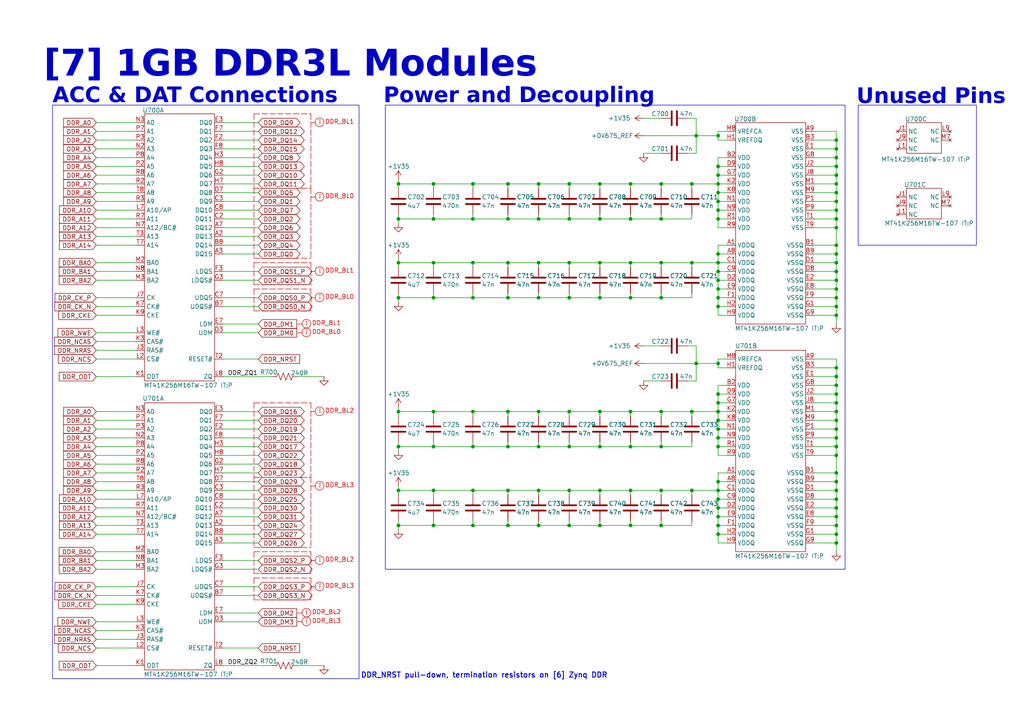
<source format=kicad_sch>
(kicad_sch (version 20231120) (generator "eeschema") (generator_version "8.0")
  (paper "A4")
  (title_block (title "DDR3L Modules") (date "2023-12-09") (rev "-") (company "Designed By: Dylan Gutierrez"))
  (junction (at 156.21 129.54))
  (junction (at 242.57 60.96))
  (junction (at 242.57 152.4))
  (junction (at 242.57 142.24))
  (junction (at 242.57 63.5))
  (junction (at 208.28 116.84))
  (junction (at 208.28 50.8))
  (junction (at 137.16 152.4))
  (junction (at 208.28 73.66))
  (junction (at 125.73 119.38))
  (junction (at 191.77 142.24))
  (junction (at 208.28 114.3))
  (junction (at 147.32 142.24))
  (junction (at 156.21 142.24))
  (junction (at 115.57 129.54))
  (junction (at 147.32 53.34))
  (junction (at 182.88 152.4))
  (junction (at 182.88 76.2))
  (junction (at 137.16 53.34))
  (junction (at 137.16 76.2))
  (junction (at 173.99 142.24))
  (junction (at 200.66 76.2))
  (junction (at 173.99 119.38))
  (junction (at 115.57 53.34))
  (junction (at 156.21 76.2))
  (junction (at 147.32 76.2))
  (junction (at 242.57 109.22))
  (junction (at 156.21 152.4))
  (junction (at 242.57 55.88))
  (junction (at 115.57 76.2))
  (junction (at 182.88 142.24))
  (junction (at 242.57 50.8))
  (junction (at 242.57 119.38))
  (junction (at 191.77 63.5))
  (junction (at 156.21 63.5))
  (junction (at 208.28 53.34))
  (junction (at 208.28 78.74))
  (junction (at 242.57 127))
  (junction (at 191.77 152.4))
  (junction (at 208.28 76.2))
  (junction (at 165.1 142.24))
  (junction (at 200.66 119.38))
  (junction (at 182.88 86.36))
  (junction (at 156.21 86.36))
  (junction (at 201.93 105.41))
  (junction (at 242.57 132.08))
  (junction (at 191.77 119.38))
  (junction (at 242.57 48.26))
  (junction (at 208.28 86.36))
  (junction (at 165.1 53.34))
  (junction (at 208.28 105.41))
  (junction (at 191.77 76.2))
  (junction (at 208.28 139.7))
  (junction (at 242.57 58.42))
  (junction (at 173.99 76.2))
  (junction (at 125.73 76.2))
  (junction (at 182.88 129.54))
  (junction (at 242.57 86.36))
  (junction (at 173.99 53.34))
  (junction (at 200.66 53.34))
  (junction (at 208.28 144.78))
  (junction (at 147.32 119.38))
  (junction (at 147.32 86.36))
  (junction (at 208.28 39.37))
  (junction (at 173.99 63.5))
  (junction (at 125.73 142.24))
  (junction (at 208.28 55.88))
  (junction (at 242.57 116.84))
  (junction (at 125.73 86.36))
  (junction (at 208.28 121.92))
  (junction (at 242.57 76.2))
  (junction (at 156.21 119.38))
  (junction (at 115.57 152.4))
  (junction (at 208.28 154.94))
  (junction (at 182.88 119.38))
  (junction (at 191.77 129.54))
  (junction (at 165.1 63.5))
  (junction (at 242.57 71.12))
  (junction (at 242.57 121.92))
  (junction (at 115.57 86.36))
  (junction (at 165.1 152.4))
  (junction (at 242.57 129.54))
  (junction (at 242.57 53.34))
  (junction (at 242.57 149.86))
  (junction (at 173.99 86.36))
  (junction (at 208.28 48.26))
  (junction (at 156.21 53.34))
  (junction (at 200.66 142.24))
  (junction (at 208.28 83.82))
  (junction (at 242.57 111.76))
  (junction (at 242.57 137.16))
  (junction (at 242.57 78.74))
  (junction (at 147.32 152.4))
  (junction (at 208.28 63.5))
  (junction (at 208.28 58.42))
  (junction (at 115.57 63.5))
  (junction (at 208.28 60.96))
  (junction (at 137.16 86.36))
  (junction (at 173.99 129.54))
  (junction (at 208.28 152.4))
  (junction (at 242.57 157.48))
  (junction (at 242.57 147.32))
  (junction (at 201.93 39.37))
  (junction (at 191.77 53.34))
  (junction (at 137.16 119.38))
  (junction (at 208.28 127))
  (junction (at 208.28 142.24))
  (junction (at 137.16 129.54))
  (junction (at 242.57 40.64))
  (junction (at 242.57 91.44))
  (junction (at 208.28 147.32))
  (junction (at 242.57 83.82))
  (junction (at 242.57 66.04))
  (junction (at 125.73 152.4))
  (junction (at 165.1 86.36))
  (junction (at 165.1 119.38))
  (junction (at 208.28 119.38))
  (junction (at 208.28 81.28))
  (junction (at 173.99 152.4))
  (junction (at 242.57 139.7))
  (junction (at 137.16 142.24))
  (junction (at 147.32 63.5))
  (junction (at 125.73 129.54))
  (junction (at 242.57 124.46))
  (junction (at 182.88 63.5))
  (junction (at 242.57 45.72))
  (junction (at 242.57 154.94))
  (junction (at 147.32 129.54))
  (junction (at 242.57 43.18))
  (junction (at 125.73 53.34))
  (junction (at 242.57 88.9))
  (junction (at 208.28 149.86))
  (junction (at 115.57 142.24))
  (junction (at 242.57 81.28))
  (junction (at 165.1 76.2))
  (junction (at 242.57 73.66))
  (junction (at 208.28 88.9))
  (junction (at 165.1 129.54))
  (junction (at 242.57 106.68))
  (junction (at 208.28 129.54))
  (junction (at 191.77 86.36))
  (junction (at 242.57 144.78))
  (junction (at 137.16 63.5))
  (junction (at 182.88 53.34))
  (junction (at 208.28 124.46))
  (junction (at 242.57 114.3))
  (junction (at 115.57 119.38))
  (junction (at 125.73 63.5))
  (wire (pts (xy 165.1 63.5) (xy 173.99 63.5)))
  (wire (pts (xy 64.77 96.52) (xy 74.93 96.52)))
  (wire (pts (xy 210.82 139.7) (xy 208.28 139.7)))
  (wire (pts (xy 236.22 60.96) (xy 242.57 60.96)))
  (wire (pts (xy 210.82 157.48) (xy 208.28 157.48)))
  (wire (pts (xy 39.37 53.34) (xy 27.94 53.34)))
  (wire (pts (xy 236.22 81.28) (xy 242.57 81.28)))
  (wire (pts (xy 208.28 152.4) (xy 208.28 154.94)))
  (wire (pts (xy 115.57 62.23) (xy 115.57 63.5)))
  (wire (pts (xy 186.69 39.37) (xy 201.93 39.37)))
  (polyline (pts (xy 90.17 33.02) (xy 90.17 54.61)) (stroke (width 0) (type dash) (color 194 0 0 1)))
  (wire (pts (xy 156.21 119.38) (xy 156.21 120.65)))
  (wire (pts (xy 39.37 45.72) (xy 27.94 45.72)))
  (wire (pts (xy 242.57 63.5) (xy 242.57 66.04)))
  (wire (pts (xy 201.93 105.41) (xy 201.93 110.49)))
  (wire (pts (xy 137.16 119.38) (xy 137.16 120.65)))
  (wire (pts (xy 64.77 40.64) (xy 74.93 40.64)))
  (wire (pts (xy 115.57 53.34) (xy 115.57 54.61)))
  (wire (pts (xy 39.37 165.1) (xy 27.94 165.1)))
  (wire (pts (xy 182.88 119.38) (xy 173.99 119.38)))
  (polyline (pts (xy 73.66 116.84) (xy 73.66 138.43)) (stroke (width 0) (type dash) (color 194 0 0 1)))
  (polyline (pts (xy 73.66 167.64) (xy 73.66 173.99)) (stroke (width 0) (type dash) (color 194 0 0 1)))
  (wire (pts (xy 208.28 132.08) (xy 210.82 132.08)))
  (wire (pts (xy 210.82 149.86) (xy 208.28 149.86)))
  (wire (pts (xy 210.82 48.26) (xy 208.28 48.26)))
  (wire (pts (xy 39.37 121.92) (xy 27.94 121.92)))
  (wire (pts (xy 173.99 53.34) (xy 165.1 53.34)))
  (wire (pts (xy 236.22 127) (xy 242.57 127)))
  (wire (pts (xy 210.82 76.2) (xy 208.28 76.2)))
  (wire (pts (xy 39.37 132.08) (xy 27.94 132.08)))
  (wire (pts (xy 39.37 185.42) (xy 27.94 185.42)))
  (wire (pts (xy 137.16 85.09) (xy 137.16 86.36)))
  (wire (pts (xy 208.28 81.28) (xy 208.28 83.82)))
  (wire (pts (xy 242.57 55.88) (xy 242.57 58.42)))
  (wire (pts (xy 199.39 34.29) (xy 201.93 34.29)))
  (wire (pts (xy 165.1 76.2) (xy 165.1 77.47)))
  (wire (pts (xy 27.94 193.04) (xy 39.37 193.04)))
  (wire (pts (xy 39.37 91.44) (xy 27.94 91.44)))
  (polyline (pts (xy 90.17 76.2) (xy 90.17 82.55)) (stroke (width 0) (type dash) (color 194 0 0 1)))
  (wire (pts (xy 125.73 128.27) (xy 125.73 129.54)))
  (wire (pts (xy 208.28 139.7) (xy 208.28 142.24)))
  (wire (pts (xy 201.93 110.49) (xy 199.39 110.49)))
  (wire (pts (xy 236.22 129.54) (xy 242.57 129.54)))
  (wire (pts (xy 39.37 147.32) (xy 27.94 147.32)))
  (wire (pts (xy 242.57 71.12) (xy 242.57 73.66)))
  (wire (pts (xy 210.82 147.32) (xy 208.28 147.32)))
  (wire (pts (xy 208.28 78.74) (xy 208.28 81.28)))
  (polyline (pts (xy 90.17 138.43) (xy 90.17 158.75)) (stroke (width 0) (type dash) (color 194 0 0 1)))
  (wire (pts (xy 64.77 60.96) (xy 74.93 60.96)))
  (wire (pts (xy 125.73 119.38) (xy 125.73 120.65)))
  (wire (pts (xy 200.66 119.38) (xy 208.28 119.38)))
  (wire (pts (xy 236.22 55.88) (xy 242.57 55.88)))
  (wire (pts (xy 64.77 66.04) (xy 74.93 66.04)))
  (wire (pts (xy 125.73 142.24) (xy 115.57 142.24)))
  (wire (pts (xy 182.88 119.38) (xy 182.88 120.65)))
  (wire (pts (xy 208.28 106.68) (xy 210.82 106.68)))
  (wire (pts (xy 182.88 76.2) (xy 173.99 76.2)))
  (wire (pts (xy 156.21 86.36) (xy 165.1 86.36)))
  (wire (pts (xy 210.82 83.82) (xy 208.28 83.82)))
  (wire (pts (xy 236.22 43.18) (xy 242.57 43.18)))
  (wire (pts (xy 156.21 53.34) (xy 147.32 53.34)))
  (wire (pts (xy 208.28 104.14) (xy 208.28 105.41)))
  (wire (pts (xy 64.77 129.54) (xy 74.93 129.54)))
  (wire (pts (xy 210.82 114.3) (xy 208.28 114.3)))
  (wire (pts (xy 242.57 124.46) (xy 242.57 127)))
  (wire (pts (xy 39.37 88.9) (xy 27.94 88.9)))
  (wire (pts (xy 236.22 119.38) (xy 242.57 119.38)))
  (wire (pts (xy 156.21 53.34) (xy 156.21 54.61)))
  (wire (pts (xy 242.57 60.96) (xy 242.57 63.5)))
  (wire (pts (xy 64.77 45.72) (xy 74.93 45.72)))
  (wire (pts (xy 156.21 85.09) (xy 156.21 86.36)))
  (wire (pts (xy 208.28 124.46) (xy 208.28 127)))
  (wire (pts (xy 201.93 34.29) (xy 201.93 39.37)))
  (wire (pts (xy 137.16 129.54) (xy 147.32 129.54)))
  (wire (pts (xy 39.37 101.6) (xy 27.94 101.6)))
  (wire (pts (xy 64.77 172.72) (xy 74.93 172.72)))
  (wire (pts (xy 147.32 62.23) (xy 147.32 63.5)))
  (wire (pts (xy 200.66 119.38) (xy 191.77 119.38)))
  (wire (pts (xy 64.77 109.22) (xy 78.74 109.22)))
  (wire (pts (xy 182.88 63.5) (xy 191.77 63.5)))
  (wire (pts (xy 125.73 151.13) (xy 125.73 152.4)))
  (wire (pts (xy 64.77 132.08) (xy 74.93 132.08)))
  (wire (pts (xy 182.88 128.27) (xy 182.88 129.54)))
  (polyline (pts (xy 90.17 35.56) (xy 91.44 35.56)) (stroke (width 0) (type dash) (color 194 0 0 1)))
  (wire (pts (xy 236.22 114.3) (xy 242.57 114.3)))
  (wire (pts (xy 165.1 142.24) (xy 156.21 142.24)))
  (wire (pts (xy 137.16 53.34) (xy 125.73 53.34)))
  (wire (pts (xy 125.73 86.36) (xy 137.16 86.36)))
  (wire (pts (xy 64.77 154.94) (xy 74.93 154.94)))
  (wire (pts (xy 210.82 60.96) (xy 208.28 60.96)))
  (wire (pts (xy 236.22 73.66) (xy 242.57 73.66)))
  (wire (pts (xy 173.99 128.27) (xy 173.99 129.54)))
  (wire (pts (xy 200.66 53.34) (xy 208.28 53.34)))
  (wire (pts (xy 191.77 129.54) (xy 200.66 129.54)))
  (wire (pts (xy 236.22 116.84) (xy 242.57 116.84)))
  (wire (pts (xy 242.57 48.26) (xy 242.57 50.8)))
  (wire (pts (xy 173.99 151.13) (xy 173.99 152.4)))
  (wire (pts (xy 64.77 78.74) (xy 74.93 78.74)))
  (wire (pts (xy 39.37 66.04) (xy 27.94 66.04)))
  (wire (pts (xy 182.88 53.34) (xy 182.88 54.61)))
  (wire (pts (xy 200.66 63.5) (xy 200.66 62.23)))
  (wire (pts (xy 200.66 76.2) (xy 208.28 76.2)))
  (wire (pts (xy 137.16 142.24) (xy 137.16 143.51)))
  (polyline (pts (xy 86.36 93.98) (xy 87.63 93.98)) (stroke (width 0) (type dash) (color 194 0 0 1)))
  (wire (pts (xy 242.57 104.14) (xy 242.57 106.68)))
  (wire (pts (xy 156.21 129.54) (xy 165.1 129.54)))
  (wire (pts (xy 236.22 76.2) (xy 242.57 76.2)))
  (wire (pts (xy 39.37 76.2) (xy 27.94 76.2)))
  (wire (pts (xy 64.77 71.12) (xy 74.93 71.12)))
  (wire (pts (xy 39.37 127) (xy 27.94 127)))
  (wire (pts (xy 39.37 60.96) (xy 27.94 60.96)))
  (wire (pts (xy 208.28 63.5) (xy 208.28 66.04)))
  (wire (pts (xy 147.32 151.13) (xy 147.32 152.4)))
  (wire (pts (xy 208.28 121.92) (xy 208.28 124.46)))
  (wire (pts (xy 242.57 73.66) (xy 242.57 76.2)))
  (wire (pts (xy 242.57 142.24) (xy 242.57 144.78)))
  (wire (pts (xy 201.93 44.45) (xy 199.39 44.45)))
  (wire (pts (xy 208.28 66.04) (xy 210.82 66.04)))
  (wire (pts (xy 242.57 144.78) (xy 242.57 147.32)))
  (wire (pts (xy 186.69 110.49) (xy 191.77 110.49)))
  (wire (pts (xy 86.36 109.22) (xy 93.98 109.22)))
  (wire (pts (xy 200.66 142.24) (xy 208.28 142.24)))
  (wire (pts (xy 137.16 76.2) (xy 137.16 77.47)))
  (wire (pts (xy 115.57 118.11) (xy 115.57 119.38)))
  (wire (pts (xy 242.57 38.1) (xy 242.57 40.64)))
  (wire (pts (xy 64.77 170.18) (xy 74.93 170.18)))
  (wire (pts (xy 191.77 128.27) (xy 191.77 129.54)))
  (wire (pts (xy 208.28 127) (xy 208.28 129.54)))
  (wire (pts (xy 64.77 38.1) (xy 74.93 38.1)))
  (wire (pts (xy 64.77 104.14) (xy 74.93 104.14)))
  (wire (pts (xy 137.16 63.5) (xy 147.32 63.5)))
  (wire (pts (xy 182.88 86.36) (xy 191.77 86.36)))
  (wire (pts (xy 165.1 151.13) (xy 165.1 152.4)))
  (wire (pts (xy 242.57 119.38) (xy 242.57 121.92)))
  (wire (pts (xy 182.88 62.23) (xy 182.88 63.5)))
  (wire (pts (xy 236.22 142.24) (xy 242.57 142.24)))
  (wire (pts (xy 191.77 53.34) (xy 182.88 53.34)))
  (wire (pts (xy 210.82 124.46) (xy 208.28 124.46)))
  (wire (pts (xy 210.82 121.92) (xy 208.28 121.92)))
  (wire (pts (xy 173.99 86.36) (xy 182.88 86.36)))
  (wire (pts (xy 210.82 50.8) (xy 208.28 50.8)))
  (wire (pts (xy 208.28 58.42) (xy 208.28 60.96)))
  (wire (pts (xy 165.1 152.4) (xy 173.99 152.4)))
  (wire (pts (xy 210.82 119.38) (xy 208.28 119.38)))
  (wire (pts (xy 173.99 63.5) (xy 182.88 63.5)))
  (wire (pts (xy 208.28 45.72) (xy 208.28 48.26)))
  (wire (pts (xy 64.77 43.18) (xy 74.93 43.18)))
  (wire (pts (xy 236.22 132.08) (xy 242.57 132.08)))
  (wire (pts (xy 191.77 142.24) (xy 182.88 142.24)))
  (wire (pts (xy 125.73 142.24) (xy 125.73 143.51)))
  (wire (pts (xy 137.16 86.36) (xy 147.32 86.36)))
  (wire (pts (xy 147.32 119.38) (xy 137.16 119.38)))
  (wire (pts (xy 137.16 119.38) (xy 125.73 119.38)))
  (wire (pts (xy 182.88 142.24) (xy 173.99 142.24)))
  (polyline (pts (xy 73.66 83.82) (xy 73.66 90.17)) (stroke (width 0) (type dash) (color 194 0 0 1)))
  (wire (pts (xy 242.57 127) (xy 242.57 129.54)))
  (wire (pts (xy 236.22 149.86) (xy 242.57 149.86)))
  (wire (pts (xy 208.28 53.34) (xy 208.28 55.88)))
  (wire (pts (xy 125.73 119.38) (xy 115.57 119.38)))
  (wire (pts (xy 165.1 142.24) (xy 165.1 143.51)))
  (wire (pts (xy 208.28 83.82) (xy 208.28 86.36)))
  (wire (pts (xy 64.77 139.7) (xy 74.93 139.7)))
  (wire (pts (xy 242.57 121.92) (xy 242.57 124.46)))
  (wire (pts (xy 210.82 144.78) (xy 208.28 144.78)))
  (wire (pts (xy 137.16 152.4) (xy 147.32 152.4)))
  (wire (pts (xy 236.22 40.64) (xy 242.57 40.64)))
  (wire (pts (xy 64.77 152.4) (xy 74.93 152.4)))
  (wire (pts (xy 236.22 121.92) (xy 242.57 121.92)))
  (wire (pts (xy 210.82 137.16) (xy 208.28 137.16)))
  (wire (pts (xy 125.73 152.4) (xy 137.16 152.4)))
  (wire (pts (xy 186.69 44.45) (xy 191.77 44.45)))
  (wire (pts (xy 200.66 53.34) (xy 191.77 53.34)))
  (polyline (pts (xy 90.17 83.82) (xy 90.17 90.17)) (stroke (width 0) (type dash) (color 194 0 0 1)))
  (wire (pts (xy 115.57 63.5) (xy 125.73 63.5)))
  (wire (pts (xy 242.57 157.48) (xy 242.57 160.02)))
  (wire (pts (xy 186.69 100.33) (xy 191.77 100.33)))
  (wire (pts (xy 115.57 128.27) (xy 115.57 129.54)))
  (wire (pts (xy 242.57 139.7) (xy 242.57 142.24)))
  (wire (pts (xy 236.22 53.34) (xy 242.57 53.34)))
  (wire (pts (xy 210.82 116.84) (xy 208.28 116.84)))
  (wire (pts (xy 208.28 40.64) (xy 210.82 40.64)))
  (polyline (pts (xy 90.17 162.56) (xy 91.44 162.56)) (stroke (width 0) (type dash) (color 194 0 0 1)))
  (wire (pts (xy 200.66 152.4) (xy 200.66 151.13)))
  (wire (pts (xy 39.37 182.88) (xy 27.94 182.88)))
  (wire (pts (xy 182.88 85.09) (xy 182.88 86.36)))
  (wire (pts (xy 64.77 93.98) (xy 74.93 93.98)))
  (wire (pts (xy 173.99 76.2) (xy 173.99 77.47)))
  (polyline (pts (xy 73.66 54.61) (xy 90.17 54.61)) (stroke (width 0) (type dash) (color 194 0 0 1)))
  (wire (pts (xy 236.22 104.14) (xy 242.57 104.14)))
  (polyline (pts (xy 90.17 160.02) (xy 90.17 166.37)) (stroke (width 0) (type dash) (color 194 0 0 1)))
  (wire (pts (xy 156.21 151.13) (xy 156.21 152.4)))
  (wire (pts (xy 236.22 63.5) (xy 242.57 63.5)))
  (wire (pts (xy 236.22 58.42) (xy 242.57 58.42)))
  (wire (pts (xy 208.28 88.9) (xy 208.28 91.44)))
  (wire (pts (xy 173.99 62.23) (xy 173.99 63.5)))
  (wire (pts (xy 27.94 35.56) (xy 39.37 35.56)))
  (wire (pts (xy 208.28 111.76) (xy 208.28 114.3)))
  (wire (pts (xy 147.32 128.27) (xy 147.32 129.54)))
  (wire (pts (xy 115.57 140.97) (xy 115.57 142.24)))
  (wire (pts (xy 39.37 48.26) (xy 27.94 48.26)))
  (wire (pts (xy 39.37 99.06) (xy 27.94 99.06)))
  (wire (pts (xy 242.57 111.76) (xy 242.57 114.3)))
  (polyline (pts (xy 86.36 177.8) (xy 87.63 177.8)) (stroke (width 0) (type dash) (color 194 0 0 1)))
  (polyline (pts (xy 86.36 96.52) (xy 87.63 96.52)) (stroke (width 0) (type dash) (color 194 0 0 1)))
  (wire (pts (xy 39.37 55.88) (xy 27.94 55.88)))
  (wire (pts (xy 208.28 76.2) (xy 208.28 78.74)))
  (wire (pts (xy 39.37 43.18) (xy 27.94 43.18)))
  (wire (pts (xy 137.16 151.13) (xy 137.16 152.4)))
  (wire (pts (xy 208.28 39.37) (xy 208.28 40.64)))
  (wire (pts (xy 39.37 162.56) (xy 27.94 162.56)))
  (wire (pts (xy 115.57 151.13) (xy 115.57 152.4)))
  (wire (pts (xy 236.22 124.46) (xy 242.57 124.46)))
  (wire (pts (xy 210.82 91.44) (xy 208.28 91.44)))
  (wire (pts (xy 208.28 71.12) (xy 208.28 73.66)))
  (wire (pts (xy 115.57 129.54) (xy 125.73 129.54)))
  (wire (pts (xy 236.22 45.72) (xy 242.57 45.72)))
  (wire (pts (xy 115.57 76.2) (xy 115.57 77.47)))
  (wire (pts (xy 200.66 143.51) (xy 200.66 142.24)))
  (wire (pts (xy 242.57 50.8) (xy 242.57 53.34)))
  (polyline (pts (xy 90.17 170.18) (xy 91.44 170.18)) (stroke (width 0) (type dash) (color 194 0 0 1)))
  (wire (pts (xy 173.99 152.4) (xy 182.88 152.4)))
  (wire (pts (xy 191.77 119.38) (xy 191.77 120.65)))
  (polyline (pts (xy 90.17 86.36) (xy 91.44 86.36)) (stroke (width 0) (type dash) (color 194 0 0 1)))
  (wire (pts (xy 208.28 60.96) (xy 208.28 63.5)))
  (wire (pts (xy 210.82 73.66) (xy 208.28 73.66)))
  (wire (pts (xy 165.1 53.34) (xy 156.21 53.34)))
  (polyline (pts (xy 73.66 74.93) (xy 90.17 74.93)) (stroke (width 0) (type dash) (color 194 0 0 1)))
  (wire (pts (xy 242.57 116.84) (xy 242.57 119.38)))
  (wire (pts (xy 210.82 142.24) (xy 208.28 142.24)))
  (polyline (pts (xy 73.66 54.61) (xy 90.17 54.61)) (stroke (width 0) (type dash) (color 194 0 0 1)))
  (wire (pts (xy 115.57 119.38) (xy 115.57 120.65)))
  (wire (pts (xy 147.32 86.36) (xy 156.21 86.36)))
  (wire (pts (xy 210.82 81.28) (xy 208.28 81.28)))
  (wire (pts (xy 64.77 119.38) (xy 74.93 119.38)))
  (wire (pts (xy 64.77 73.66) (xy 74.93 73.66)))
  (wire (pts (xy 200.66 129.54) (xy 200.66 128.27)))
  (wire (pts (xy 242.57 109.22) (xy 242.57 111.76)))
  (wire (pts (xy 182.88 151.13) (xy 182.88 152.4)))
  (wire (pts (xy 210.82 58.42) (xy 208.28 58.42)))
  (wire (pts (xy 64.77 142.24) (xy 74.93 142.24)))
  (wire (pts (xy 200.66 54.61) (xy 200.66 53.34)))
  (wire (pts (xy 201.93 105.41) (xy 208.28 105.41)))
  (wire (pts (xy 210.82 45.72) (xy 208.28 45.72)))
  (wire (pts (xy 208.28 114.3) (xy 208.28 116.84)))
  (polyline (pts (xy 73.66 158.75) (xy 90.17 158.75)) (stroke (width 0) (type dash) (color 194 0 0 1)))
  (wire (pts (xy 137.16 62.23) (xy 137.16 63.5)))
  (wire (pts (xy 208.28 48.26) (xy 208.28 50.8)))
  (wire (pts (xy 125.73 85.09) (xy 125.73 86.36)))
  (wire (pts (xy 147.32 63.5) (xy 156.21 63.5)))
  (wire (pts (xy 191.77 119.38) (xy 182.88 119.38)))
  (wire (pts (xy 147.32 142.24) (xy 147.32 143.51)))
  (wire (pts (xy 137.16 142.24) (xy 125.73 142.24)))
  (wire (pts (xy 236.22 144.78) (xy 242.57 144.78)))
  (wire (pts (xy 201.93 39.37) (xy 208.28 39.37)))
  (polyline (pts (xy 73.66 116.84) (xy 90.17 116.84)) (stroke (width 0) (type dash) (color 194 0 0 1)))
  (wire (pts (xy 115.57 152.4) (xy 125.73 152.4)))
  (wire (pts (xy 242.57 40.64) (xy 242.57 43.18)))
  (polyline (pts (xy 73.66 160.02) (xy 90.17 160.02)) (stroke (width 0) (type dash) (color 194 0 0 1)))
  (wire (pts (xy 186.69 105.41) (xy 201.93 105.41)))
  (wire (pts (xy 39.37 187.96) (xy 27.94 187.96)))
  (wire (pts (xy 64.77 58.42) (xy 74.93 58.42)))
  (wire (pts (xy 156.21 76.2) (xy 147.32 76.2)))
  (wire (pts (xy 191.77 76.2) (xy 182.88 76.2)))
  (wire (pts (xy 147.32 53.34) (xy 147.32 54.61)))
  (wire (pts (xy 27.94 119.38) (xy 39.37 119.38)))
  (wire (pts (xy 125.73 63.5) (xy 137.16 63.5)))
  (wire (pts (xy 191.77 53.34) (xy 191.77 54.61)))
  (wire (pts (xy 64.77 134.62) (xy 74.93 134.62)))
  (wire (pts (xy 236.22 154.94) (xy 242.57 154.94)))
  (polyline (pts (xy 73.66 166.37) (xy 90.17 166.37)) (stroke (width 0) (type dash) (color 194 0 0 1)))
  (wire (pts (xy 242.57 78.74) (xy 242.57 81.28)))
  (wire (pts (xy 64.77 124.46) (xy 74.93 124.46)))
  (wire (pts (xy 165.1 119.38) (xy 156.21 119.38)))
  (wire (pts (xy 210.82 53.34) (xy 208.28 53.34)))
  (wire (pts (xy 236.22 83.82) (xy 242.57 83.82)))
  (wire (pts (xy 208.28 142.24) (xy 208.28 144.78)))
  (wire (pts (xy 125.73 129.54) (xy 137.16 129.54)))
  (wire (pts (xy 156.21 119.38) (xy 147.32 119.38)))
  (wire (pts (xy 64.77 180.34) (xy 74.93 180.34)))
  (wire (pts (xy 64.77 53.34) (xy 74.93 53.34)))
  (polyline (pts (xy 90.17 140.97) (xy 91.44 140.97)) (stroke (width 0) (type dash) (color 194 0 0 1)))
  (wire (pts (xy 208.28 119.38) (xy 208.28 121.92)))
  (wire (pts (xy 27.94 109.22) (xy 39.37 109.22)))
  (wire (pts (xy 156.21 62.23) (xy 156.21 63.5)))
  (polyline (pts (xy 90.17 54.61) (xy 90.17 74.93)) (stroke (width 0) (type dash) (color 194 0 0 1)))
  (polyline (pts (xy 73.66 167.64) (xy 90.17 167.64)) (stroke (width 0) (type dash) (color 194 0 0 1)))
  (wire (pts (xy 236.22 78.74) (xy 242.57 78.74)))
  (wire (pts (xy 165.1 85.09) (xy 165.1 86.36)))
  (wire (pts (xy 147.32 85.09) (xy 147.32 86.36)))
  (wire (pts (xy 210.82 152.4) (xy 208.28 152.4)))
  (wire (pts (xy 182.88 76.2) (xy 182.88 77.47)))
  (polyline (pts (xy 73.66 90.17) (xy 90.17 90.17)) (stroke (width 0) (type dash) (color 194 0 0 1)))
  (wire (pts (xy 39.37 68.58) (xy 27.94 68.58)))
  (wire (pts (xy 173.99 85.09) (xy 173.99 86.36)))
  (wire (pts (xy 182.88 152.4) (xy 191.77 152.4)))
  (wire (pts (xy 39.37 139.7) (xy 27.94 139.7)))
  (wire (pts (xy 39.37 78.74) (xy 27.94 78.74)))
  (wire (pts (xy 39.37 172.72) (xy 27.94 172.72)))
  (wire (pts (xy 200.66 76.2) (xy 191.77 76.2)))
  (wire (pts (xy 200.66 77.47) (xy 200.66 76.2)))
  (wire (pts (xy 242.57 45.72) (xy 242.57 48.26)))
  (wire (pts (xy 39.37 71.12) (xy 27.94 71.12)))
  (polyline (pts (xy 73.66 33.02) (xy 73.66 54.61)) (stroke (width 0) (type dash) (color 194 0 0 1)))
  (wire (pts (xy 242.57 58.42) (xy 242.57 60.96)))
  (wire (pts (xy 191.77 151.13) (xy 191.77 152.4)))
  (wire (pts (xy 39.37 170.18) (xy 27.94 170.18)))
  (wire (pts (xy 165.1 129.54) (xy 173.99 129.54)))
  (wire (pts (xy 236.22 71.12) (xy 242.57 71.12)))
  (wire (pts (xy 156.21 63.5) (xy 165.1 63.5)))
  (wire (pts (xy 191.77 86.36) (xy 200.66 86.36)))
  (wire (pts (xy 115.57 52.07) (xy 115.57 53.34)))
  (wire (pts (xy 39.37 142.24) (xy 27.94 142.24)))
  (wire (pts (xy 39.37 134.62) (xy 27.94 134.62)))
  (wire (pts (xy 242.57 147.32) (xy 242.57 149.86)))
  (wire (pts (xy 173.99 53.34) (xy 173.99 54.61)))
  (wire (pts (xy 64.77 63.5) (xy 74.93 63.5)))
  (wire (pts (xy 186.69 34.29) (xy 191.77 34.29)))
  (wire (pts (xy 64.77 121.92) (xy 74.93 121.92)))
  (wire (pts (xy 115.57 129.54) (xy 115.57 130.81)))
  (wire (pts (xy 236.22 106.68) (xy 242.57 106.68)))
  (wire (pts (xy 191.77 76.2) (xy 191.77 77.47)))
  (wire (pts (xy 200.66 120.65) (xy 200.66 119.38)))
  (wire (pts (xy 115.57 86.36) (xy 115.57 87.63)))
  (wire (pts (xy 156.21 128.27) (xy 156.21 129.54)))
  (wire (pts (xy 137.16 76.2) (xy 125.73 76.2)))
  (wire (pts (xy 242.57 88.9) (xy 242.57 91.44)))
  (wire (pts (xy 39.37 63.5) (xy 27.94 63.5)))
  (wire (pts (xy 86.36 193.04) (xy 93.98 193.04)))
  (polyline (pts (xy 73.66 173.99) (xy 90.17 173.99)) (stroke (width 0) (type dash) (color 194 0 0 1)))
  (wire (pts (xy 210.82 154.94) (xy 208.28 154.94)))
  (wire (pts (xy 137.16 128.27) (xy 137.16 129.54)))
  (polyline (pts (xy 90.17 116.84) (xy 90.17 138.43)) (stroke (width 0) (type dash) (color 194 0 0 1)))
  (wire (pts (xy 242.57 149.86) (xy 242.57 152.4)))
  (wire (pts (xy 125.73 53.34) (xy 115.57 53.34)))
  (wire (pts (xy 156.21 142.24) (xy 156.21 143.51)))
  (wire (pts (xy 39.37 96.52) (xy 27.94 96.52)))
  (wire (pts (xy 208.28 55.88) (xy 208.28 58.42)))
  (wire (pts (xy 236.22 111.76) (xy 242.57 111.76)))
  (polyline (pts (xy 73.66 138.43) (xy 90.17 138.43)) (stroke (width 0) (type dash) (color 194 0 0 1)))
  (wire (pts (xy 39.37 160.02) (xy 27.94 160.02)))
  (wire (pts (xy 39.37 180.34) (xy 27.94 180.34)))
  (wire (pts (xy 208.28 137.16) (xy 208.28 139.7)))
  (polyline (pts (xy 90.17 119.38) (xy 91.44 119.38)) (stroke (width 0) (type dash) (color 194 0 0 1)))
  (wire (pts (xy 64.77 48.26) (xy 74.93 48.26)))
  (wire (pts (xy 115.57 63.5) (xy 115.57 64.77)))
  (wire (pts (xy 147.32 76.2) (xy 137.16 76.2)))
  (wire (pts (xy 210.82 86.36) (xy 208.28 86.36)))
  (wire (pts (xy 208.28 129.54) (xy 208.28 132.08)))
  (wire (pts (xy 156.21 76.2) (xy 156.21 77.47)))
  (wire (pts (xy 236.22 88.9) (xy 242.57 88.9)))
  (wire (pts (xy 242.57 91.44) (xy 242.57 93.98)))
  (wire (pts (xy 236.22 152.4) (xy 242.57 152.4)))
  (wire (pts (xy 137.16 53.34) (xy 137.16 54.61)))
  (wire (pts (xy 39.37 104.14) (xy 27.94 104.14)))
  (wire (pts (xy 208.28 105.41) (xy 208.28 106.68)))
  (wire (pts (xy 64.77 162.56) (xy 74.93 162.56)))
  (wire (pts (xy 242.57 154.94) (xy 242.57 157.48)))
  (wire (pts (xy 201.93 100.33) (xy 201.93 105.41)))
  (wire (pts (xy 39.37 81.28) (xy 27.94 81.28)))
  (wire (pts (xy 242.57 53.34) (xy 242.57 55.88)))
  (wire (pts (xy 173.99 76.2) (xy 165.1 76.2)))
  (wire (pts (xy 125.73 76.2) (xy 115.57 76.2)))
  (wire (pts (xy 208.28 38.1) (xy 208.28 39.37)))
  (wire (pts (xy 64.77 68.58) (xy 74.93 68.58)))
  (wire (pts (xy 191.77 85.09) (xy 191.77 86.36)))
  (wire (pts (xy 39.37 137.16) (xy 27.94 137.16)))
  (wire (pts (xy 39.37 175.26) (xy 27.94 175.26)))
  (wire (pts (xy 39.37 86.36) (xy 27.94 86.36)))
  (wire (pts (xy 39.37 129.54) (xy 27.94 129.54)))
  (wire (pts (xy 210.82 63.5) (xy 208.28 63.5)))
  (wire (pts (xy 208.28 147.32) (xy 208.28 149.86)))
  (wire (pts (xy 64.77 193.04) (xy 78.74 193.04)))
  (wire (pts (xy 236.22 86.36) (xy 242.57 86.36)))
  (wire (pts (xy 147.32 76.2) (xy 147.32 77.47)))
  (wire (pts (xy 125.73 62.23) (xy 125.73 63.5)))
  (wire (pts (xy 173.99 119.38) (xy 173.99 120.65)))
  (wire (pts (xy 242.57 76.2) (xy 242.57 78.74)))
  (wire (pts (xy 182.88 142.24) (xy 182.88 143.51)))
  (polyline (pts (xy 73.66 76.2) (xy 90.17 76.2)) (stroke (width 0) (type dash) (color 194 0 0 1)))
  (wire (pts (xy 201.93 39.37) (xy 201.93 44.45)))
  (polyline (pts (xy 73.66 33.02) (xy 90.17 33.02)) (stroke (width 0) (type dash) (color 194 0 0 1)))
  (wire (pts (xy 64.77 127) (xy 74.93 127)))
  (polyline (pts (xy 86.36 180.34) (xy 87.63 180.34)) (stroke (width 0) (type dash) (color 194 0 0 1)))
  (wire (pts (xy 236.22 147.32) (xy 242.57 147.32)))
  (wire (pts (xy 242.57 81.28) (xy 242.57 83.82)))
  (wire (pts (xy 39.37 149.86) (xy 27.94 149.86)))
  (wire (pts (xy 39.37 38.1) (xy 27.94 38.1)))
  (wire (pts (xy 64.77 147.32) (xy 74.93 147.32)))
  (wire (pts (xy 115.57 74.93) (xy 115.57 76.2)))
  (wire (pts (xy 64.77 86.36) (xy 74.93 86.36)))
  (wire (pts (xy 115.57 152.4) (xy 115.57 153.67)))
  (wire (pts (xy 242.57 132.08) (xy 242.57 137.16)))
  (wire (pts (xy 210.82 71.12) (xy 208.28 71.12)))
  (polyline (pts (xy 90.17 167.64) (xy 90.17 173.99)) (stroke (width 0) (type dash) (color 194 0 0 1)))
  (wire (pts (xy 173.99 119.38) (xy 165.1 119.38)))
  (wire (pts (xy 208.28 116.84) (xy 208.28 119.38)))
  (wire (pts (xy 242.57 129.54) (xy 242.57 132.08)))
  (wire (pts (xy 156.21 142.24) (xy 147.32 142.24)))
  (wire (pts (xy 208.28 149.86) (xy 208.28 152.4)))
  (wire (pts (xy 236.22 157.48) (xy 242.57 157.48)))
  (wire (pts (xy 165.1 53.34) (xy 165.1 54.61)))
  (wire (pts (xy 242.57 114.3) (xy 242.57 116.84)))
  (wire (pts (xy 115.57 85.09) (xy 115.57 86.36)))
  (wire (pts (xy 199.39 100.33) (xy 201.93 100.33)))
  (wire (pts (xy 208.28 86.36) (xy 208.28 88.9)))
  (wire (pts (xy 236.22 66.04) (xy 242.57 66.04)))
  (wire (pts (xy 156.21 152.4) (xy 165.1 152.4)))
  (wire (pts (xy 64.77 177.8) (xy 74.93 177.8)))
  (wire (pts (xy 64.77 157.48) (xy 74.93 157.48)))
  (wire (pts (xy 208.28 50.8) (xy 208.28 53.34)))
  (wire (pts (xy 242.57 152.4) (xy 242.57 154.94)))
  (wire (pts (xy 236.22 48.26) (xy 242.57 48.26)))
  (wire (pts (xy 165.1 62.23) (xy 165.1 63.5)))
  (wire (pts (xy 210.82 38.1) (xy 208.28 38.1)))
  (polyline (pts (xy 90.17 78.74) (xy 91.44 78.74)) (stroke (width 0) (type dash) (color 194 0 0 1)))
  (wire (pts (xy 210.82 55.88) (xy 208.28 55.88)))
  (wire (pts (xy 115.57 142.24) (xy 115.57 143.51)))
  (polyline (pts (xy 73.66 82.55) (xy 90.17 82.55)) (stroke (width 0) (type dash) (color 194 0 0 1)))
  (wire (pts (xy 210.82 127) (xy 208.28 127)))
  (wire (pts (xy 210.82 104.14) (xy 208.28 104.14)))
  (polyline (pts (xy 73.66 160.02) (xy 73.66 166.37)) (stroke (width 0) (type dash) (color 194 0 0 1)))
  (wire (pts (xy 147.32 152.4) (xy 156.21 152.4)))
  (polyline (pts (xy 73.66 54.61) (xy 73.66 74.93)) (stroke (width 0) (type dash) (color 194 0 0 1)))
  (wire (pts (xy 236.22 50.8) (xy 242.57 50.8)))
  (wire (pts (xy 242.57 137.16) (xy 242.57 139.7)))
  (wire (pts (xy 147.32 142.24) (xy 137.16 142.24)))
  (wire (pts (xy 39.37 154.94) (xy 27.94 154.94)))
  (wire (pts (xy 165.1 86.36) (xy 173.99 86.36)))
  (wire (pts (xy 242.57 106.68) (xy 242.57 109.22)))
  (wire (pts (xy 39.37 144.78) (xy 27.94 144.78)))
  (wire (pts (xy 64.77 137.16) (xy 74.93 137.16)))
  (wire (pts (xy 173.99 129.54) (xy 182.88 129.54)))
  (polyline (pts (xy 73.66 138.43) (xy 73.66 158.75)) (stroke (width 0) (type dash) (color 194 0 0 1)))
  (wire (pts (xy 208.28 144.78) (xy 208.28 147.32)))
  (wire (pts (xy 242.57 83.82) (xy 242.57 86.36)))
  (wire (pts (xy 208.28 154.94) (xy 208.28 157.48)))
  (wire (pts (xy 125.73 76.2) (xy 125.73 77.47)))
  (wire (pts (xy 173.99 142.24) (xy 173.99 143.51)))
  (wire (pts (xy 64.77 149.86) (xy 74.93 149.86)))
  (wire (pts (xy 115.57 86.36) (xy 125.73 86.36)))
  (wire (pts (xy 64.77 88.9) (xy 74.93 88.9)))
  (wire (pts (xy 210.82 78.74) (xy 208.28 78.74)))
  (wire (pts (xy 208.28 73.66) (xy 208.28 76.2)))
  (polyline (pts (xy 90.17 57.15) (xy 91.44 57.15)) (stroke (width 0) (type dash) (color 194 0 0 1)))
  (wire (pts (xy 191.77 62.23) (xy 191.77 63.5)))
  (polyline (pts (xy 73.66 76.2) (xy 73.66 82.55)) (stroke (width 0) (type dash) (color 194 0 0 1)))
  (wire (pts (xy 147.32 53.34) (xy 137.16 53.34)))
  (wire (pts (xy 236.22 139.7) (xy 242.57 139.7)))
  (wire (pts (xy 191.77 142.24) (xy 191.77 143.51)))
  (wire (pts (xy 200.66 142.24) (xy 191.77 142.24)))
  (wire (pts (xy 236.22 91.44) (xy 242.57 91.44)))
  (wire (pts (xy 242.57 86.36) (xy 242.57 88.9)))
  (wire (pts (xy 39.37 124.46) (xy 27.94 124.46)))
  (wire (pts (xy 200.66 86.36) (xy 200.66 85.09)))
  (wire (pts (xy 64.77 165.1) (xy 74.93 165.1)))
  (wire (pts (xy 165.1 128.27) (xy 165.1 129.54)))
  (wire (pts (xy 236.22 38.1) (xy 242.57 38.1)))
  (wire (pts (xy 39.37 58.42) (xy 27.94 58.42)))
  (wire (pts (xy 64.77 187.96) (xy 74.93 187.96)))
  (wire (pts (xy 165.1 76.2) (xy 156.21 76.2)))
  (wire (pts (xy 125.73 53.34) (xy 125.73 54.61)))
  (polyline (pts (xy 73.66 83.82) (xy 90.17 83.82)) (stroke (width 0) (type dash) (color 194 0 0 1)))
  (wire (pts (xy 165.1 119.38) (xy 165.1 120.65)))
  (wire (pts (xy 173.99 142.24) (xy 165.1 142.24)))
  (wire (pts (xy 39.37 50.8) (xy 27.94 50.8)))
  (wire (pts (xy 191.77 152.4) (xy 200.66 152.4)))
  (wire (pts (xy 39.37 40.64) (xy 27.94 40.64)))
  (wire (pts (xy 64.77 81.28) (xy 74.93 81.28)))
  (wire (pts (xy 242.57 66.04) (xy 242.57 71.12)))
  (wire (pts (xy 236.22 137.16) (xy 242.57 137.16)))
  (wire (pts (xy 147.32 119.38) (xy 147.32 120.65)))
  (wire (pts (xy 64.77 50.8) (xy 74.93 50.8)))
  (wire (pts (xy 64.77 144.78) (xy 74.93 144.78)))
  (wire (pts (xy 191.77 63.5) (xy 200.66 63.5)))
  (wire (pts (xy 210.82 111.76) (xy 208.28 111.76)))
  (wire (pts (xy 182.88 53.34) (xy 173.99 53.34)))
  (wire (pts (xy 182.88 129.54) (xy 191.77 129.54)))
  (wire (pts (xy 147.32 129.54) (xy 156.21 129.54)))
  (wire (pts (xy 64.77 35.56) (xy 74.93 35.56)))
  (wire (pts (xy 39.37 152.4) (xy 27.94 152.4)))
  (wire (pts (xy 210.82 129.54) (xy 208.28 129.54)))
  (wire (pts (xy 242.57 43.18) (xy 242.57 45.72)))
  (wire (pts (xy 236.22 109.22) (xy 242.57 109.22)))
  (wire (pts (xy 64.77 55.88) (xy 74.93 55.88)))
  (wire (pts (xy 210.82 88.9) (xy 208.28 88.9)))
  (circle (center 92.6943 170.0877) (radius 1.27) (stroke (width 0) (color 194 0 0 1)))
  (circle (center 92.6943 78.6477) (radius 1.27) (stroke (width 0) (color 194 0 0 1)))
  (circle (center 92.6943 162.4677) (radius 1.27) (stroke (width 0) (color 194 0 0 1)))
  (circle (center 88.8843 177.7077) (radius 1.27) (stroke (width 0) (color 194 0 0 1)))
  (circle (center 92.6943 35.4677) (radius 1.27) (stroke (width 0) (color 194 0 0 1)))
  (circle (center 92.6943 57.0577) (radius 1.27) (stroke (width 0) (color 194 0 0 1)))
  (circle (center 88.8843 180.2477) (radius 1.27) (stroke (width 0) (color 194 0 0 1)))
  (rectangle (start 111.76 30.48) (end 245.11 165.1))
  (rectangle (start 248.92 30.48) (end 283.21 71.12))
  (circle (center 88.8843 93.8877) (radius 1.27) (stroke (width 0) (color 194 0 0 1)))
  (circle (center 92.6943 119.2877) (radius 1.27) (stroke (width 0) (color 194 0 0 1)))
  (rectangle (start 15.24 30.48) (end 104.14 196.85))
  (circle (center 92.6943 86.2677) (radius 1.27) (stroke (width 0) (color 194 0 0 1)))
  (circle (center 88.8843 96.4277) (radius 1.27) (stroke (width 0) (color 194 0 0 1)))
  (circle (center 92.6943 140.8777) (radius 1.27) (stroke (width 0) (color 194 0 0 1)))
  (text "i" (at 92.3844 171.0172 0) (effects (font (size 1.27 1.27)) (justify left bottom)))
  (text "DDR_BL2" (at 94.2596 120.043 0) (effects (font (size 1.27 1.27)) (justify left bottom)))
  (text "i" (at 92.3844 36.3972 0) (effects (font (size 1.27 1.27)) (justify left bottom)))
  (text "DDR_BL0" (at 94.2596 57.813 0) (effects (font (size 1.27 1.27)) (justify left bottom)))
  (text "i" (at 92.3844 79.5772 0) (effects (font (size 1.27 1.27)) (justify left bottom)))
  (text "DDR_BL0" (at 94.2596 87.023 0) (effects (font (size 1.27 1.27)) (justify left bottom)))
  (text "ACC & DAT Connections" (at 15.24 31.75 0) (effects (font (size 4.445 4.445) (thickness 0.508) (bold yes) (italic yes)) (justify left bottom)))
  (text "DDR_BL3" (at 94.2596 141.633 0) (effects (font (size 1.27 1.27)) (justify left bottom)))
  (text "i" (at 92.3844 163.3972 0) (effects (font (size 1.27 1.27)) (justify left bottom)))
  (text "i" (at 88.5744 97.3572 0) (effects (font (size 1.27 1.27)) (justify left bottom)))
  (text "DDR_BL1" (at 94.2596 36.223 0) (effects (font (size 1.27 1.27)) (justify left bottom)))
  (text "Unused Pins" (at 248.412 32.004 0) (effects (font (size 4.445 4.445) (thickness 0.508) (bold yes) (italic yes)) (justify left bottom)))
  (text "DDR_BL3" (at 90.4496 181.003 0) (effects (font (size 1.27 1.27)) (justify left bottom)))
  (text "DDR_BL2" (at 90.4496 178.463 0) (effects (font (size 1.27 1.27)) (justify left bottom)))
  (text "i" (at 88.5744 94.8172 0) (effects (font (size 1.27 1.27)) (justify left bottom)))
  (text "[7] 1GB DDR3L Modules" (at 12.7 25.4 0) (effects (font (size 7.62 7.62) (thickness 1.016) (bold yes)) (justify left bottom)))
  (text "DDR_BL1" (at 94.2596 79.403 0) (effects (font (size 1.27 1.27)) (justify left bottom)))
  (text "i" (at 92.3844 141.8072 0) (effects (font (size 1.27 1.27)) (justify left bottom)))
  (text "i" (at 92.3844 120.2172 0) (effects (font (size 1.27 1.27)) (justify left bottom)))
  (text "DDR_NRST pull-down, termination resistors on [6] Zynq DDR" (at 176.276 196.85 0) (effects (font (size 1.524 1.524) (thickness 0.254) (bold yes)) (justify right bottom)))
  (text "i" (at 92.3844 87.1972 0) (effects (font (size 1.27 1.27)) (justify left bottom)))
  (text "DDR_BL2" (at 94.2596 163.223 0) (effects (font (size 1.27 1.27)) (justify left bottom)))
  (text "Power and Decoupling" (at 111.252 31.75 0) (effects (font (size 4.445 4.445) (thickness 0.508) (bold yes) (italic yes)) (justify left bottom)))
  (text "i" (at 88.5744 181.1772 0) (effects (font (size 1.27 1.27)) (justify left bottom)))
  (text "i" (at 88.5744 178.6372 0) (effects (font (size 1.27 1.27)) (justify left bottom)))
  (text "DDR_BL0" (at 90.4496 97.183 0) (effects (font (size 1.27 1.27)) (justify left bottom)))
  (text "DDR_BL1\n" (at 90.4496 94.643 0) (effects (font (size 1.27 1.27)) (justify left bottom)))
  (text "DDR_BL3" (at 94.2596 170.843 0) (effects (font (size 1.27 1.27)) (justify left bottom)))
  (text "i" (at 92.3844 57.9872 0) (effects (font (size 1.27 1.27)) (justify left bottom)))
  (label "DDR_ZQ1" (at 66.04 109.22 0))
  (label "DDR_ZQ2" (at 66.04 193.04 0))
  (global_label "DDR_DQ19" (shape bidirectional) (at 74.93 124.46 0) (property "Intersheetrefs" "${INTERSHEET_REFS}" (effects (hide yes))))
  (global_label "DDR_ODT" (shape input) (at 27.94 109.22 180) (property "Intersheetrefs" "${INTERSHEET_REFS}" (effects (hide yes))))
  (global_label "DDR_DQS2_P" (shape bidirectional) (at 74.93 162.56 0) (property "Intersheetrefs" "${INTERSHEET_REFS}" (effects (hide yes))))
  (global_label "DDR_DQ8" (shape bidirectional) (at 74.93 45.72 0) (property "Intersheetrefs" "${INTERSHEET_REFS}" (effects (hide yes))))
  (global_label "DDR_ODT" (shape input) (at 27.94 193.04 180) (property "Intersheetrefs" "${INTERSHEET_REFS}" (effects (hide yes))))
  (global_label "DDR_A11" (shape input) (at 27.94 63.5 180) (property "Intersheetrefs" "${INTERSHEET_REFS}" (effects (hide yes))))
  (global_label "DDR_NCAS" (shape input) (at 27.94 99.06 180) (property "Intersheetrefs" "${INTERSHEET_REFS}" (effects (hide yes))))
  (global_label "DDR_NCS" (shape input) (at 27.94 104.14 180) (property "Intersheetrefs" "${INTERSHEET_REFS}" (effects (hide yes))))
  (global_label "DDR_DQ29" (shape bidirectional) (at 74.93 139.7 0) (property "Intersheetrefs" "${INTERSHEET_REFS}" (effects (hide yes))))
  (global_label "DDR_NRAS" (shape input) (at 27.94 101.6 180) (property "Intersheetrefs" "${INTERSHEET_REFS}" (effects (hide yes))))
  (global_label "DDR_A2" (shape input) (at 27.94 124.46 180) (property "Intersheetrefs" "${INTERSHEET_REFS}" (effects (hide yes))))
  (global_label "DDR_CK_N" (shape input) (at 27.94 88.9 180) (property "Intersheetrefs" "${INTERSHEET_REFS}" (effects (hide yes))))
  (global_label "DDR_DQS0_P" (shape bidirectional) (at 74.93 86.36 0) (property "Intersheetrefs" "${INTERSHEET_REFS}" (effects (hide yes))))
  (global_label "DDR_A14" (shape input) (at 27.94 71.12 180) (property "Intersheetrefs" "${INTERSHEET_REFS}" (effects (hide yes))))
  (global_label "DDR_A3" (shape input) (at 27.94 43.18 180) (property "Intersheetrefs" "${INTERSHEET_REFS}" (effects (hide yes))))
  (global_label "DDR_CK_N" (shape input) (at 27.94 172.72 180) (property "Intersheetrefs" "${INTERSHEET_REFS}" (effects (hide yes))))
  (global_label "DDR_BA1" (shape input) (at 27.94 162.56 180) (property "Intersheetrefs" "${INTERSHEET_REFS}" (effects (hide yes))))
  (global_label "DDR_A4" (shape input) (at 27.94 129.54 180) (property "Intersheetrefs" "${INTERSHEET_REFS}" (effects (hide yes))))
  (global_label "DDR_DQ24" (shape bidirectional) (at 74.93 152.4 0) (property "Intersheetrefs" "${INTERSHEET_REFS}" (effects (hide yes))))
  (global_label "DDR_NWE" (shape input) (at 27.94 96.52 180) (property "Intersheetrefs" "${INTERSHEET_REFS}" (effects (hide yes))))
  (global_label "DDR_DQ30" (shape bidirectional) (at 74.93 147.32 0) (property "Intersheetrefs" "${INTERSHEET_REFS}" (effects (hide yes))))
  (global_label "DDR_DQ15" (shape bidirectional) (at 74.93 43.18 0) (property "Intersheetrefs" "${INTERSHEET_REFS}" (effects (hide yes))))
  (global_label "DDR_DQ9" (shape bidirectional) (at 74.93 35.56 0) (property "Intersheetrefs" "${INTERSHEET_REFS}" (effects (hide yes))))
  (global_label "DDR_A0" (shape input) (at 27.94 35.56 180) (property "Intersheetrefs" "${INTERSHEET_REFS}" (effects (hide yes))))
  (global_label "DDR_DQ10" (shape bidirectional) (at 74.93 50.8 0) (property "Intersheetrefs" "${INTERSHEET_REFS}" (effects (hide yes))))
  (global_label "DDR_CKE" (shape input) (at 27.94 175.26 180) (property "Intersheetrefs" "${INTERSHEET_REFS}" (effects (hide yes))))
  (global_label "DDR_NCAS" (shape input) (at 27.94 182.88 180) (property "Intersheetrefs" "${INTERSHEET_REFS}" (effects (hide yes))))
  (global_label "DDR_CK_P" (shape input) (at 27.94 170.18 180) (property "Intersheetrefs" "${INTERSHEET_REFS}" (effects (hide yes))))
  (global_label "DDR_A13" (shape input) (at 27.94 68.58 180) (property "Intersheetrefs" "${INTERSHEET_REFS}" (effects (hide yes))))
  (global_label "DDR_DQ13" (shape bidirectional) (at 74.93 48.26 0) (property "Intersheetrefs" "${INTERSHEET_REFS}" (effects (hide yes))))
  (global_label "DDR_DQ2" (shape bidirectional) (at 74.93 63.5 0) (property "Intersheetrefs" "${INTERSHEET_REFS}" (effects (hide yes))))
  (global_label "DDR_DQS1_N" (shape bidirectional) (at 74.93 81.28 0) (property "Intersheetrefs" "${INTERSHEET_REFS}" (effects (hide yes))))
  (global_label "DDR_A14" (shape input) (at 27.94 154.94 180) (property "Intersheetrefs" "${INTERSHEET_REFS}" (effects (hide yes))))
  (global_label "DDR_A6" (shape input) (at 27.94 134.62 180) (property "Intersheetrefs" "${INTERSHEET_REFS}" (effects (hide yes))))
  (global_label "DDR_DQ12" (shape bidirectional) (at 74.93 38.1 0) (property "Intersheetrefs" "${INTERSHEET_REFS}" (effects (hide yes))))
  (global_label "DDR_DQ22" (shape bidirectional) (at 74.93 132.08 0) (property "Intersheetrefs" "${INTERSHEET_REFS}" (effects (hide yes))))
  (global_label "DDR_A9" (shape input) (at 27.94 58.42 180) (property "Intersheetrefs" "${INTERSHEET_REFS}" (effects (hide yes))))
  (global_label "DDR_BA2" (shape input) (at 27.94 81.28 180) (property "Intersheetrefs" "${INTERSHEET_REFS}" (effects (hide yes))))
  (global_label "DDR_A13" (shape input) (at 27.94 152.4 180) (property "Intersheetrefs" "${INTERSHEET_REFS}" (effects (hide yes))))
  (global_label "DDR_BA1" (shape input) (at 27.94 78.74 180) (property "Intersheetrefs" "${INTERSHEET_REFS}" (effects (hide yes))))
  (global_label "DDR_DQS3_N" (shape bidirectional) (at 74.93 172.72 0) (property "Intersheetrefs" "${INTERSHEET_REFS}" (effects (hide yes))))
  (global_label "DDR_A0" (shape input) (at 27.94 119.38 180) (property "Intersheetrefs" "${INTERSHEET_REFS}" (effects (hide yes))))
  (global_label "DDR_CKE" (shape input) (at 27.94 91.44 180) (property "Intersheetrefs" "${INTERSHEET_REFS}" (effects (hide yes))))
  (global_label "DDR_DQ7" (shape bidirectional) (at 74.93 60.96 0) (property "Intersheetrefs" "${INTERSHEET_REFS}" (effects (hide yes))))
  (global_label "DDR_BA0" (shape input) (at 27.94 160.02 180) (property "Intersheetrefs" "${INTERSHEET_REFS}" (effects (hide yes))))
  (global_label "DDR_DQ20" (shape bidirectional) (at 74.93 121.92 0) (property "Intersheetrefs" "${INTERSHEET_REFS}" (effects (hide yes))))
  (global_label "DDR_DQ4" (shape bidirectional) (at 74.93 71.12 0) (property "Intersheetrefs" "${INTERSHEET_REFS}" (effects (hide yes))))
  (global_label "DDR_DQ17" (shape bidirectional) (at 74.93 129.54 0) (property "Intersheetrefs" "${INTERSHEET_REFS}" (effects (hide yes))))
  (global_label "DDR_DQS1_P" (shape bidirectional) (at 74.93 78.74 0) (property "Intersheetrefs" "${INTERSHEET_REFS}" (effects (hide yes))))
  (global_label "DDR_DM1" (shape input) (at 74.93 93.98 0) (property "Intersheetrefs" "${INTERSHEET_REFS}" (effects (hide yes))))
  (global_label "DDR_DQ25" (shape bidirectional) (at 74.93 144.78 0) (property "Intersheetrefs" "${INTERSHEET_REFS}" (effects (hide yes))))
  (global_label "DDR_A3" (shape input) (at 27.94 127 180) (property "Intersheetrefs" "${INTERSHEET_REFS}" (effects (hide yes))))
  (global_label "DDR_A10" (shape input) (at 27.94 60.96 180) (property "Intersheetrefs" "${INTERSHEET_REFS}" (effects (hide yes))))
  (global_label "DDR_DQS3_P" (shape bidirectional) (at 74.93 170.18 0) (property "Intersheetrefs" "${INTERSHEET_REFS}" (effects (hide yes))))
  (global_label "DDR_A1" (shape input) (at 27.94 38.1 180) (property "Intersheetrefs" "${INTERSHEET_REFS}" (effects (hide yes))))
  (global_label "DDR_DQ18" (shape bidirectional) (at 74.93 134.62 0) (property "Intersheetrefs" "${INTERSHEET_REFS}" (effects (hide yes))))
  (global_label "DDR_BA2" (shape input) (at 27.94 165.1 180) (property "Intersheetrefs" "${INTERSHEET_REFS}" (effects (hide yes))))
  (global_label "DDR_A7" (shape input) (at 27.94 53.34 180) (property "Intersheetrefs" "${INTERSHEET_REFS}" (effects (hide yes))))
  (global_label "DDR_BA0" (shape input) (at 27.94 76.2 180) (property "Intersheetrefs" "${INTERSHEET_REFS}" (effects (hide yes))))
  (global_label "DDR_A8" (shape input) (at 27.94 55.88 180) (property "Intersheetrefs" "${INTERSHEET_REFS}" (effects (hide yes))))
  (global_label "DDR_A12" (shape input) (at 27.94 66.04 180) (property "Intersheetrefs" "${INTERSHEET_REFS}" (effects (hide yes))))
  (global_label "DDR_A5" (shape input) (at 27.94 132.08 180) (property "Intersheetrefs" "${INTERSHEET_REFS}" (effects (hide yes))))
  (global_label "DDR_A4" (shape input) (at 27.94 45.72 180) (property "Intersheetrefs" "${INTERSHEET_REFS}" (effects (hide yes))))
  (global_label "DDR_DQ26" (shape bidirectional) (at 74.93 157.48 0) (property "Intersheetrefs" "${INTERSHEET_REFS}" (effects (hide yes))))
  (global_label "DDR_NCS" (shape input) (at 27.94 187.96 180) (property "Intersheetrefs" "${INTERSHEET_REFS}" (effects (hide yes))))
  (global_label "DDR_DQ16" (shape bidirectional) (at 74.93 119.38 0) (property "Intersheetrefs" "${INTERSHEET_REFS}" (effects (hide yes))))
  (global_label "DDR_A6" (shape input) (at 27.94 50.8 180) (property "Intersheetrefs" "${INTERSHEET_REFS}" (effects (hide yes))))
  (global_label "DDR_A8" (shape input) (at 27.94 139.7 180) (property "Intersheetrefs" "${INTERSHEET_REFS}" (effects (hide yes))))
  (global_label "DDR_A2" (shape input) (at 27.94 40.64 180) (property "Intersheetrefs" "${INTERSHEET_REFS}" (effects (hide yes))))
  (global_label "DDR_DQ1" (shape bidirectional) (at 74.93 58.42 0) (property "Intersheetrefs" "${INTERSHEET_REFS}" (effects (hide yes))))
  (global_label "DDR_A12" (shape input) (at 27.94 149.86 180) (property "Intersheetrefs" "${INTERSHEET_REFS}" (effects (hide yes))))
  (global_label "DDR_NRST" (shape input) (at 74.93 104.14 0) (property "Intersheetrefs" "${INTERSHEET_REFS}" (effects (hide yes))))
  (global_label "DDR_DQ31" (shape bidirectional) (at 74.93 149.86 0) (property "Intersheetrefs" "${INTERSHEET_REFS}" (effects (hide yes))))
  (global_label "DDR_DQ0" (shape bidirectional) (at 74.93 73.66 0) (property "Intersheetrefs" "${INTERSHEET_REFS}" (effects (hide yes))))
  (global_label "DDR_DM2" (shape input) (at 74.93 177.8 0) (property "Intersheetrefs" "${INTERSHEET_REFS}" (effects (hide yes))))
  (global_label "DDR_NWE" (shape input) (at 27.94 180.34 180) (property "Intersheetrefs" "${INTERSHEET_REFS}" (effects (hide yes))))
  (global_label "DDR_DQ6" (shape bidirectional) (at 74.93 66.04 0) (property "Intersheetrefs" "${INTERSHEET_REFS}" (effects (hide yes))))
  (global_label "DDR_A11" (shape input) (at 27.94 147.32 180) (property "Intersheetrefs" "${INTERSHEET_REFS}" (effects (hide yes))))
  (global_label "DDR_DQ5" (shape bidirectional) (at 74.93 55.88 0) (property "Intersheetrefs" "${INTERSHEET_REFS}" (effects (hide yes))))
  (global_label "DDR_NRST" (shape input) (at 74.93 187.96 0) (property "Intersheetrefs" "${INTERSHEET_REFS}" (effects (hide yes))))
  (global_label "DDR_A1" (shape input) (at 27.94 121.92 180) (property "Intersheetrefs" "${INTERSHEET_REFS}" (effects (hide yes))))
  (global_label "DDR_DQ14" (shape bidirectional) (at 74.93 40.64 0) (property "Intersheetrefs" "${INTERSHEET_REFS}" (effects (hide yes))))
  (global_label "DDR_DQS2_N" (shape bidirectional) (at 74.93 165.1 0) (property "Intersheetrefs" "${INTERSHEET_REFS}" (effects (hide yes))))
  (global_label "DDR_DQS0_N" (shape bidirectional) (at 74.93 88.9 0) (property "Intersheetrefs" "${INTERSHEET_REFS}" (effects (hide yes))))
  (global_label "DDR_A7" (shape input) (at 27.94 137.16 180) (property "Intersheetrefs" "${INTERSHEET_REFS}" (effects (hide yes))))
  (global_label "DDR_DQ23" (shape bidirectional) (at 74.93 137.16 0) (property "Intersheetrefs" "${INTERSHEET_REFS}" (effects (hide yes))))
  (global_label "DDR_DQ21" (shape bidirectional) (at 74.93 127 0) (property "Intersheetrefs" "${INTERSHEET_REFS}" (effects (hide yes))))
  (global_label "DDR_DM3" (shape input) (at 74.93 180.34 0) (property "Intersheetrefs" "${INTERSHEET_REFS}" (effects (hide yes))))
  (global_label "DDR_CK_P" (shape input) (at 27.94 86.36 180) (property "Intersheetrefs" "${INTERSHEET_REFS}" (effects (hide yes))))
  (global_label "DDR_DM0" (shape input) (at 74.93 96.52 0) (property "Intersheetrefs" "${INTERSHEET_REFS}" (effects (hide yes))))
  (global_label "DDR_DQ3" (shape bidirectional) (at 74.93 68.58 0) (property "Intersheetrefs" "${INTERSHEET_REFS}" (effects (hide yes))))
  (global_label "DDR_A5" (shape input) (at 27.94 48.26 180) (property "Intersheetrefs" "${INTERSHEET_REFS}" (effects (hide yes))))
  (global_label "DDR_A10" (shape input) (at 27.94 144.78 180) (property "Intersheetrefs" "${INTERSHEET_REFS}" (effects (hide yes))))
  (global_label "DDR_NRAS" (shape input) (at 27.94 185.42 180) (property "Intersheetrefs" "${INTERSHEET_REFS}" (effects (hide yes))))
  (global_label "DDR_A9" (shape input) (at 27.94 142.24 180) (property "Intersheetrefs" "${INTERSHEET_REFS}" (effects (hide yes))))
  (global_label "DDR_DQ27" (shape bidirectional) (at 74.93 154.94 0) (property "Intersheetrefs" "${INTERSHEET_REFS}" (effects (hide yes))))
  (global_label "DDR_DQ28" (shape bidirectional) (at 74.93 142.24 0) (property "Intersheetrefs" "${INTERSHEET_REFS}" (effects (hide yes))))
  (global_label "DDR_DQ11" (shape bidirectional) (at 74.93 53.34 0) (property "Intersheetrefs" "${INTERSHEET_REFS}" (effects (hide yes))))
  (symbol (lib_id "power:+1V35") (at 115.57 118.11 0) (unit 1)
    (property "Reference" "#PWR0158" (effects (hide yes)))
    (property "Value" "+1V35" (at 115.57 114.3 0))
  )
  (symbol (lib_id "Device:C") (at 200.66 58.42 0) (unit 1)
    (property "Reference" "C711" (at 203.2 57.15 0) (effects (justify left)))
    (property "Value" "47n" (at 203.2 59.69 0) (effects (justify left)))
    (property "Footprint" "Capacitor_SMD:C_0201_0603Metric" (effects (hide yes)))
    (property "Datasheet" "https://datasheet.lcsc.com/lcsc/1811141821_Murata-Electronics-GRT033R60J473KE01D_C126621.pdf" (effects (hide yes)))
    (property "Description" "6.3V 47nF X5R ±10% 0201 Multilayer Ceramic Capacitors MLCC - SMD/SMT" (effects (hide yes)))
    (property "Distributor Link" "https://www.lcsc.com/product-detail/Multilayer-Ceramic-Capacitors-MLCC-SMD-SMT_Murata-Electronics-GRT033R60J473KE01D_C126621.html" (effects (hide yes)))
    (property "LCSC PN" "C126621" (effects (hide yes)))
    (property "Manufacturer" "Murata" (effects (hide yes)))
    (property "Manufacturer PN" "GRT033R60J473KE01D" (effects (hide yes)))
  )
  (symbol (lib_id "Device:C") (at 182.88 81.28 0) (unit 1)
    (property "Reference" "C719" (at 185.42 80.01 0) (effects (justify left)))
    (property "Value" "47n" (at 185.42 82.55 0) (effects (justify left)))
    (property "Footprint" "Capacitor_SMD:C_0201_0603Metric" (effects (hide yes)))
    (property "Datasheet" "https://datasheet.lcsc.com/lcsc/1811141821_Murata-Electronics-GRT033R60J473KE01D_C126621.pdf" (effects (hide yes)))
    (property "Description" "6.3V 47nF X5R ±10% 0201 Multilayer Ceramic Capacitors MLCC - SMD/SMT" (effects (hide yes)))
    (property "Distributor Link" "https://www.lcsc.com/product-detail/Multilayer-Ceramic-Capacitors-MLCC-SMD-SMT_Murata-Electronics-GRT033R60J473KE01D_C126621.html" (effects (hide yes)))
    (property "LCSC PN" "C126621" (effects (hide yes)))
    (property "Manufacturer" "Murata" (effects (hide yes)))
    (property "Manufacturer PN" "GRT033R60J473KE01D" (effects (hide yes)))
  )
  (symbol (lib_id "Device:C") (at 182.88 58.42 0) (unit 1)
    (property "Reference" "C709" (at 185.42 57.15 0) (effects (justify left)))
    (property "Value" "47n" (at 185.42 59.69 0) (effects (justify left)))
    (property "Footprint" "Capacitor_SMD:C_0201_0603Metric" (effects (hide yes)))
    (property "Datasheet" "https://datasheet.lcsc.com/lcsc/1811141821_Murata-Electronics-GRT033R60J473KE01D_C126621.pdf" (effects (hide yes)))
    (property "Description" "6.3V 47nF X5R ±10% 0201 Multilayer Ceramic Capacitors MLCC - SMD/SMT" (effects (hide yes)))
    (property "Distributor Link" "https://www.lcsc.com/product-detail/Multilayer-Ceramic-Capacitors-MLCC-SMD-SMT_Murata-Electronics-GRT033R60J473KE01D_C126621.html" (effects (hide yes)))
    (property "LCSC PN" "C126621" (effects (hide yes)))
    (property "Manufacturer" "Murata" (effects (hide yes)))
    (property "Manufacturer PN" "GRT033R60J473KE01D" (effects (hide yes)))
  )
  (symbol (lib_id "Device:C") (at 147.32 81.28 0) (unit 1)
    (property "Reference" "C715" (at 149.86 80.01 0) (effects (justify left)))
    (property "Value" "47n" (at 149.86 82.55 0) (effects (justify left)))
    (property "Footprint" "Capacitor_SMD:C_0201_0603Metric" (effects (hide yes)))
    (property "Datasheet" "https://datasheet.lcsc.com/lcsc/1811141821_Murata-Electronics-GRT033R60J473KE01D_C126621.pdf" (effects (hide yes)))
    (property "Description" "6.3V 47nF X5R ±10% 0201 Multilayer Ceramic Capacitors MLCC - SMD/SMT" (effects (hide yes)))
    (property "Distributor Link" "https://www.lcsc.com/product-detail/Multilayer-Ceramic-Capacitors-MLCC-SMD-SMT_Murata-Electronics-GRT033R60J473KE01D_C126621.html" (effects (hide yes)))
    (property "LCSC PN" "C126621" (effects (hide yes)))
    (property "Manufacturer" "Murata" (effects (hide yes)))
    (property "Manufacturer PN" "GRT033R60J473KE01D" (effects (hide yes)))
  )
  (symbol (lib_id "ZeBra-X:MT41K256M16TW-107_IT{colon}P") (at 223.52 101.6 0) (unit 2)
    (property "Reference" "U701" (at 216.408 100.33 0))
    (property "Value" "MT41K256M16TW-107 IT:P" (at 226.06 161.29 0))
    (property "Footprint" "ZeBra_footprints:FBGA96_TW_MRN" (effects (hide yes)))
    (property "Datasheet" "https://media-www.micron.com/-/media/client/global/documents/products/data-sheet/dram/ddr3/4gb_automotive_ddr3l.pdf" (effects (hide yes)))
    (property "Description" "SDRAM - DDR3L Memory IC 4Gbit Parallel 933 MHz 20 ns 96-FBGA (8x14)" (effects (hide yes)))
    (property "Manufacturer" "Micron Technology Inc." (effects (hide yes)))
    (property "Manufacturer PN" "MT41K256M16TW-107 IT:P" (effects (hide yes)))
    (property "LCSC PN" "C367428" (effects (hide yes)))
  )
  (symbol (lib_id "Device:C") (at 173.99 58.42 0) (unit 1)
    (property "Reference" "C708" (at 176.53 57.15 0) (effects (justify left)))
    (property "Value" "47n" (at 176.53 59.69 0) (effects (justify left)))
    (property "Footprint" "Capacitor_SMD:C_0201_0603Metric" (effects (hide yes)))
    (property "Datasheet" "https://datasheet.lcsc.com/lcsc/1811141821_Murata-Electronics-GRT033R60J473KE01D_C126621.pdf" (effects (hide yes)))
    (property "Description" "6.3V 47nF X5R ±10% 0201 Multilayer Ceramic Capacitors MLCC - SMD/SMT" (effects (hide yes)))
    (property "Distributor Link" "https://www.lcsc.com/product-detail/Multilayer-Ceramic-Capacitors-MLCC-SMD-SMT_Murata-Electronics-GRT033R60J473KE01D_C126621.html" (effects (hide yes)))
    (property "LCSC PN" "C126621" (effects (hide yes)))
    (property "Manufacturer" "Murata" (effects (hide yes)))
    (property "Manufacturer PN" "GRT033R60J473KE01D" (effects (hide yes)))
  )
  (symbol (lib_name "+1V0_1") (lib_id "power:+1V0") (at 186.69 105.41 90) (mirror x) (unit 1)
    (property "Reference" "#PWR0156" (effects (hide yes)))
    (property "Value" "+0V675_REF" (at 183.642 105.41 90) (effects (justify left)))
    (property "Description" "Power symbol creates a global label with name \"+0V675_REF\"" (effects (hide yes)))
  )
  (symbol (lib_id "Device:C") (at 125.73 58.42 0) (unit 1)
    (property "Reference" "C703" (at 128.27 57.15 0) (effects (justify left)))
    (property "Value" "470n" (at 128.27 59.69 0) (effects (justify left)))
    (property "Footprint" "Capacitor_SMD:C_0201_0603Metric" (effects (hide yes)))
    (property "Datasheet" "https://datasheet.lcsc.com/lcsc/2212052030_Murata-Electronics-GRM033R60J474KE90D_C85926.pdf" (effects (hide yes)))
    (property "Description" "6.3V 470nF X5R ±10% 0201 Multilayer Ceramic Capacitors MLCC - SMD/SMT" (effects (hide yes)))
    (property "Distributor Link" "https://www.lcsc.com/product-detail/Multilayer-Ceramic-Capacitors-MLCC-SMD-SMT_Murata-Electronics-GRM033R60J474KE90D_C85926.html" (effects (hide yes)))
    (property "LCSC PN" "C85926" (effects (hide yes)))
    (property "Manufacturer" "Murata" (effects (hide yes)))
    (property "Manufacturer PN" "GRM033R60J474KE90D" (effects (hide yes)))
  )
  (symbol (lib_id "power:GND") (at 115.57 153.67 0) (unit 1)
    (property "Reference" "#PWR0161" (effects (hide yes)))
    (property "Value" "GND" (effects (hide yes)))
  )
  (symbol (lib_id "ZeBra-X:MT41K256M16TW-107_IT{colon}P") (at 52.07 33.02 0) (unit 1)
    (property "Reference" "U700" (at 44.45 32.004 0))
    (property "Value" "MT41K256M16TW-107 IT:P" (at 54.61 111.76 0))
    (property "Footprint" "ZeBra_footprints:FBGA96_TW_MRN" (effects (hide yes)))
    (property "Datasheet" "https://media-www.micron.com/-/media/client/global/documents/products/data-sheet/dram/ddr3/4gb_automotive_ddr3l.pdf" (effects (hide yes)))
    (property "Description" "SDRAM - DDR3L Memory IC 4Gbit Parallel 933 MHz 20 ns 96-FBGA (8x14)" (effects (hide yes)))
    (property "Manufacturer" "Micron Technology Inc." (effects (hide yes)))
    (property "Manufacturer PN" "MT41K256M16TW-107 IT:P" (effects (hide yes)))
    (property "LCSC PN" "C367428" (effects (hide yes)))
  )
  (symbol (lib_id "Device:C") (at 147.32 58.42 0) (unit 1)
    (property "Reference" "C705" (at 149.86 57.15 0) (effects (justify left)))
    (property "Value" "47n" (at 149.86 59.69 0) (effects (justify left)))
    (property "Footprint" "Capacitor_SMD:C_0201_0603Metric" (effects (hide yes)))
    (property "Datasheet" "https://datasheet.lcsc.com/lcsc/1811141821_Murata-Electronics-GRT033R60J473KE01D_C126621.pdf" (effects (hide yes)))
    (property "Description" "6.3V 47nF X5R ±10% 0201 Multilayer Ceramic Capacitors MLCC - SMD/SMT" (effects (hide yes)))
    (property "Distributor Link" "https://www.lcsc.com/product-detail/Multilayer-Ceramic-Capacitors-MLCC-SMD-SMT_Murata-Electronics-GRT033R60J473KE01D_C126621.html" (effects (hide yes)))
    (property "LCSC PN" "C126621" (effects (hide yes)))
    (property "Manufacturer" "Murata" (effects (hide yes)))
    (property "Manufacturer PN" "GRT033R60J473KE01D" (effects (hide yes)))
  )
  (symbol (lib_id "Device:C") (at 156.21 58.42 0) (unit 1)
    (property "Reference" "C706" (at 158.75 57.15 0) (effects (justify left)))
    (property "Value" "47n" (at 158.75 59.69 0) (effects (justify left)))
    (property "Footprint" "Capacitor_SMD:C_0201_0603Metric" (effects (hide yes)))
    (property "Datasheet" "https://datasheet.lcsc.com/lcsc/1811141821_Murata-Electronics-GRT033R60J473KE01D_C126621.pdf" (effects (hide yes)))
    (property "Description" "6.3V 47nF X5R ±10% 0201 Multilayer Ceramic Capacitors MLCC - SMD/SMT" (effects (hide yes)))
    (property "Distributor Link" "https://www.lcsc.com/product-detail/Multilayer-Ceramic-Capacitors-MLCC-SMD-SMT_Murata-Electronics-GRT033R60J473KE01D_C126621.html" (effects (hide yes)))
    (property "LCSC PN" "C126621" (effects (hide yes)))
    (property "Manufacturer" "Murata" (effects (hide yes)))
    (property "Manufacturer PN" "GRT033R60J473KE01D" (effects (hide yes)))
  )
  (symbol (lib_id "Device:C") (at 147.32 147.32 0) (unit 1)
    (property "Reference" "C737" (at 149.86 146.05 0) (effects (justify left)))
    (property "Value" "47n" (at 149.86 148.59 0) (effects (justify left)))
    (property "Footprint" "Capacitor_SMD:C_0201_0603Metric" (effects (hide yes)))
    (property "Datasheet" "https://datasheet.lcsc.com/lcsc/1811141821_Murata-Electronics-GRT033R60J473KE01D_C126621.pdf" (effects (hide yes)))
    (property "Description" "6.3V 47nF X5R ±10% 0201 Multilayer Ceramic Capacitors MLCC - SMD/SMT" (effects (hide yes)))
    (property "Distributor Link" "https://www.lcsc.com/product-detail/Multilayer-Ceramic-Capacitors-MLCC-SMD-SMT_Murata-Electronics-GRT033R60J473KE01D_C126621.html" (effects (hide yes)))
    (property "LCSC PN" "C126621" (effects (hide yes)))
    (property "Manufacturer" "Murata" (effects (hide yes)))
    (property "Manufacturer PN" "GRT033R60J473KE01D" (effects (hide yes)))
  )
  (symbol (lib_id "power:GND") (at 115.57 64.77 0) (unit 1)
    (property "Reference" "#PWR0150" (effects (hide yes)))
    (property "Value" "GND" (effects (hide yes)))
  )
  (symbol (lib_id "Device:C") (at 200.66 81.28 0) (unit 1)
    (property "Reference" "C721" (at 203.2 80.01 0) (effects (justify left)))
    (property "Value" "47n" (at 203.2 82.55 0) (effects (justify left)))
    (property "Footprint" "Capacitor_SMD:C_0201_0603Metric" (effects (hide yes)))
    (property "Datasheet" "https://datasheet.lcsc.com/lcsc/1811141821_Murata-Electronics-GRT033R60J473KE01D_C126621.pdf" (effects (hide yes)))
    (property "Description" "6.3V 47nF X5R ±10% 0201 Multilayer Ceramic Capacitors MLCC - SMD/SMT" (effects (hide yes)))
    (property "Distributor Link" "https://www.lcsc.com/product-detail/Multilayer-Ceramic-Capacitors-MLCC-SMD-SMT_Murata-Electronics-GRT033R60J473KE01D_C126621.html" (effects (hide yes)))
    (property "LCSC PN" "C126621" (effects (hide yes)))
    (property "Manufacturer" "Murata" (effects (hide yes)))
    (property "Manufacturer PN" "GRT033R60J473KE01D" (effects (hide yes)))
  )
  (symbol (lib_id "Device:C") (at 125.73 124.46 0) (unit 1)
    (property "Reference" "C725" (at 128.27 123.19 0) (effects (justify left)))
    (property "Value" "470n" (at 128.27 125.73 0) (effects (justify left)))
    (property "Footprint" "Capacitor_SMD:C_0201_0603Metric" (effects (hide yes)))
    (property "Datasheet" "https://datasheet.lcsc.com/lcsc/2212052030_Murata-Electronics-GRM033R60J474KE90D_C85926.pdf" (effects (hide yes)))
    (property "Description" "6.3V 470nF X5R ±10% 0201 Multilayer Ceramic Capacitors MLCC - SMD/SMT" (effects (hide yes)))
    (property "Distributor Link" "https://www.lcsc.com/product-detail/Multilayer-Ceramic-Capacitors-MLCC-SMD-SMT_Murata-Electronics-GRM033R60J474KE90D_C85926.html" (effects (hide yes)))
    (property "LCSC PN" "C85926" (effects (hide yes)))
    (property "Manufacturer" "Murata" (effects (hide yes)))
    (property "Manufacturer PN" "GRM033R60J474KE90D" (effects (hide yes)))
  )
  (symbol (lib_id "power:GND") (at 242.57 160.02 0) (unit 1)
    (property "Reference" "#PWR0154" (effects (hide yes)))
    (property "Value" "GND" (effects (hide yes)))
  )
  (symbol (lib_id "ZeBra-X:MT41K256M16TW-107_IT{colon}P") (at 52.07 116.84 0) (unit 1)
    (property "Reference" "U701" (at 44.45 115.57 0))
    (property "Value" "MT41K256M16TW-107 IT:P" (at 54.61 195.58 0))
    (property "Footprint" "ZeBra_footprints:FBGA96_TW_MRN" (effects (hide yes)))
    (property "Datasheet" "https://media-www.micron.com/-/media/client/global/documents/products/data-sheet/dram/ddr3/4gb_automotive_ddr3l.pdf" (effects (hide yes)))
    (property "Description" "SDRAM - DDR3L Memory IC 4Gbit Parallel 933 MHz 20 ns 96-FBGA (8x14)" (effects (hide yes)))
    (property "Manufacturer" "Micron Technology Inc." (effects (hide yes)))
    (property "Manufacturer PN" "MT41K256M16TW-107 IT:P" (effects (hide yes)))
    (property "LCSC PN" "C367428" (effects (hide yes)))
  )
  (symbol (lib_id "power:+1V35") (at 115.57 140.97 0) (unit 1)
    (property "Reference" "#PWR0160" (effects (hide yes)))
    (property "Value" "+1V35" (at 115.57 137.16 0))
  )
  (symbol (lib_id "Device:C") (at 195.58 100.33 90) (unit 1)
    (property "Reference" "C722" (at 194.056 99.06 90) (effects (justify left)))
    (property "Value" "47n" (at 200.914 99.06 90) (effects (justify left)))
    (property "Footprint" "Capacitor_SMD:C_0201_0603Metric" (effects (hide yes)))
    (property "Datasheet" "https://datasheet.lcsc.com/lcsc/1811141821_Murata-Electronics-GRT033R60J473KE01D_C126621.pdf" (effects (hide yes)))
    (property "Description" "6.3V 47nF X5R ±10% 0201 Multilayer Ceramic Capacitors MLCC - SMD/SMT" (effects (hide yes)))
    (property "Distributor Link" "https://www.lcsc.com/product-detail/Multilayer-Ceramic-Capacitors-MLCC-SMD-SMT_Murata-Electronics-GRT033R60J473KE01D_C126621.html" (effects (hide yes)))
    (property "LCSC PN" "C126621" (effects (hide yes)))
    (property "Manufacturer" "Murata" (effects (hide yes)))
    (property "Manufacturer PN" "GRT033R60J473KE01D" (effects (hide yes)))
  )
  (symbol (lib_id "Device:C") (at 115.57 81.28 0) (unit 1)
    (property "Reference" "C712" (at 118.11 80.01 0) (effects (justify left)))
    (property "Value" "4u7" (at 118.11 82.55 0) (effects (justify left)))
    (property "Footprint" "Capacitor_SMD:C_0402_1005Metric" (effects (hide yes)))
    (property "Datasheet" "https://datasheet.lcsc.com/lcsc/2304140030_Samsung-Electro-Mechanics-CL05A475MP5NRNC_C23733.pdf" (effects (hide yes)))
    (property "Description" "10V 4.7uF X5R ±20% 0402 Multilayer Ceramic Capacitors MLCC - SMD/SMT ROHS" (effects (hide yes)))
    (property "Distributor Link" "https://www.lcsc.com/product-detail/Multilayer-Ceramic-Capacitors-MLCC-SMD-SMT_Samsung-Electro-Mechanics-CL05A475MP5NRNC_C23733.html" (effects (hide yes)))
    (property "LCSC PN" "C23733" (effects (hide yes)))
    (property "Manufacturer" "Samsung" (effects (hide yes)))
    (property "Manufacturer PN" "CL05A475MP5NRNC" (effects (hide yes)))
  )
  (symbol (lib_id "Device:C") (at 173.99 81.28 0) (unit 1)
    (property "Reference" "C718" (at 176.53 80.01 0) (effects (justify left)))
    (property "Value" "47n" (at 176.53 82.55 0) (effects (justify left)))
    (property "Footprint" "Capacitor_SMD:C_0201_0603Metric" (effects (hide yes)))
    (property "Datasheet" "https://datasheet.lcsc.com/lcsc/1811141821_Murata-Electronics-GRT033R60J473KE01D_C126621.pdf" (effects (hide yes)))
    (property "Description" "6.3V 47nF X5R ±10% 0201 Multilayer Ceramic Capacitors MLCC - SMD/SMT" (effects (hide yes)))
    (property "Distributor Link" "https://www.lcsc.com/product-detail/Multilayer-Ceramic-Capacitors-MLCC-SMD-SMT_Murata-Electronics-GRT033R60J473KE01D_C126621.html" (effects (hide yes)))
    (property "LCSC PN" "C126621" (effects (hide yes)))
    (property "Manufacturer" "Murata" (effects (hide yes)))
    (property "Manufacturer PN" "GRT033R60J473KE01D" (effects (hide yes)))
  )
  (symbol (lib_name "+1V0_1") (lib_id "power:+1V0") (at 186.69 39.37 90) (mirror x) (unit 1)
    (property "Reference" "#PWR0147" (effects (hide yes)))
    (property "Value" "+0V675_REF" (at 183.642 39.37 90) (effects (justify left)))
    (property "Description" "Power symbol creates a global label with name \"+0V675_REF\"" (effects (hide yes)))
  )
  (symbol (lib_id "Device:C") (at 125.73 81.28 0) (unit 1)
    (property "Reference" "C713" (at 128.27 80.01 0) (effects (justify left)))
    (property "Value" "470n" (at 128.27 82.55 0) (effects (justify left)))
    (property "Footprint" "Capacitor_SMD:C_0201_0603Metric" (effects (hide yes)))
    (property "Datasheet" "https://datasheet.lcsc.com/lcsc/2212052030_Murata-Electronics-GRM033R60J474KE90D_C85926.pdf" (effects (hide yes)))
    (property "Description" "6.3V 470nF X5R ±10% 0201 Multilayer Ceramic Capacitors MLCC - SMD/SMT" (effects (hide yes)))
    (property "Distributor Link" "https://www.lcsc.com/product-detail/Multilayer-Ceramic-Capacitors-MLCC-SMD-SMT_Murata-Electronics-GRM033R60J474KE90D_C85926.html" (effects (hide yes)))
    (property "LCSC PN" "C85926" (effects (hide yes)))
    (property "Manufacturer" "Murata" (effects (hide yes)))
    (property "Manufacturer PN" "GRM033R60J474KE90D" (effects (hide yes)))
  )
  (symbol (lib_id "power:GND") (at 242.57 93.98 0) (unit 1)
    (property "Reference" "#PWR0149" (effects (hide yes)))
    (property "Value" "GND" (effects (hide yes)))
  )
  (symbol (lib_id "Device:C") (at 165.1 147.32 0) (unit 1)
    (property "Reference" "C739" (at 167.64 146.05 0) (effects (justify left)))
    (property "Value" "47n" (at 167.64 148.59 0) (effects (justify left)))
    (property "Footprint" "Capacitor_SMD:C_0201_0603Metric" (effects (hide yes)))
    (property "Datasheet" "https://datasheet.lcsc.com/lcsc/1811141821_Murata-Electronics-GRT033R60J473KE01D_C126621.pdf" (effects (hide yes)))
    (property "Description" "6.3V 47nF X5R ±10% 0201 Multilayer Ceramic Capacitors MLCC - SMD/SMT" (effects (hide yes)))
    (property "Distributor Link" "https://www.lcsc.com/product-detail/Multilayer-Ceramic-Capacitors-MLCC-SMD-SMT_Murata-Electronics-GRT033R60J473KE01D_C126621.html" (effects (hide yes)))
    (property "LCSC PN" "C126621" (effects (hide yes)))
    (property "Manufacturer" "Murata" (effects (hide yes)))
    (property "Manufacturer PN" "GRT033R60J473KE01D" (effects (hide yes)))
  )
  (symbol (lib_id "Device:C") (at 156.21 81.28 0) (unit 1)
    (property "Reference" "C716" (at 158.75 80.01 0) (effects (justify left)))
    (property "Value" "47n" (at 158.75 82.55 0) (effects (justify left)))
    (property "Footprint" "Capacitor_SMD:C_0201_0603Metric" (effects (hide yes)))
    (property "Datasheet" "https://datasheet.lcsc.com/lcsc/1811141821_Murata-Electronics-GRT033R60J473KE01D_C126621.pdf" (effects (hide yes)))
    (property "Description" "6.3V 47nF X5R ±10% 0201 Multilayer Ceramic Capacitors MLCC - SMD/SMT" (effects (hide yes)))
    (property "Distributor Link" "https://www.lcsc.com/product-detail/Multilayer-Ceramic-Capacitors-MLCC-SMD-SMT_Murata-Electronics-GRT033R60J473KE01D_C126621.html" (effects (hide yes)))
    (property "LCSC PN" "C126621" (effects (hide yes)))
    (property "Manufacturer" "Murata" (effects (hide yes)))
    (property "Manufacturer PN" "GRT033R60J473KE01D" (effects (hide yes)))
  )
  (symbol (lib_id "Device:C") (at 182.88 124.46 0) (unit 1)
    (property "Reference" "C731" (at 185.42 123.19 0) (effects (justify left)))
    (property "Value" "47n" (at 185.42 125.73 0) (effects (justify left)))
    (property "Footprint" "Capacitor_SMD:C_0201_0603Metric" (effects (hide yes)))
    (property "Datasheet" "https://datasheet.lcsc.com/lcsc/1811141821_Murata-Electronics-GRT033R60J473KE01D_C126621.pdf" (effects (hide yes)))
    (property "Description" "6.3V 47nF X5R ±10% 0201 Multilayer Ceramic Capacitors MLCC - SMD/SMT" (effects (hide yes)))
    (property "Distributor Link" "https://www.lcsc.com/product-detail/Multilayer-Ceramic-Capacitors-MLCC-SMD-SMT_Murata-Electronics-GRT033R60J473KE01D_C126621.html" (effects (hide yes)))
    (property "LCSC PN" "C126621" (effects (hide yes)))
    (property "Manufacturer" "Murata" (effects (hide yes)))
    (property "Manufacturer PN" "GRT033R60J473KE01D" (effects (hide yes)))
  )
  (symbol (lib_id "Device:C") (at 200.66 124.46 0) (unit 1)
    (property "Reference" "C733" (at 203.2 123.19 0) (effects (justify left)))
    (property "Value" "47n" (at 203.2 125.73 0) (effects (justify left)))
    (property "Footprint" "Capacitor_SMD:C_0201_0603Metric" (effects (hide yes)))
    (property "Datasheet" "https://datasheet.lcsc.com/lcsc/1811141821_Murata-Electronics-GRT033R60J473KE01D_C126621.pdf" (effects (hide yes)))
    (property "Description" "6.3V 47nF X5R ±10% 0201 Multilayer Ceramic Capacitors MLCC - SMD/SMT" (effects (hide yes)))
    (property "Distributor Link" "https://www.lcsc.com/product-detail/Multilayer-Ceramic-Capacitors-MLCC-SMD-SMT_Murata-Electronics-GRT033R60J473KE01D_C126621.html" (effects (hide yes)))
    (property "LCSC PN" "C126621" (effects (hide yes)))
    (property "Manufacturer" "Murata" (effects (hide yes)))
    (property "Manufacturer PN" "GRT033R60J473KE01D" (effects (hide yes)))
  )
  (symbol (lib_id "power:GND") (at 186.69 110.49 0) (unit 1)
    (property "Reference" "#PWR0157" (effects (hide yes)))
    (property "Value" "GND" (effects (hide yes)))
  )
  (symbol (lib_id "power:+1V35") (at 115.57 52.07 0) (unit 1)
    (property "Reference" "#PWR0151" (effects (hide yes)))
    (property "Value" "+1V35" (at 115.57 48.26 0))
  )
  (symbol (lib_id "Device:C") (at 195.58 34.29 90) (unit 1)
    (property "Reference" "C700" (at 194.056 33.02 90) (effects (justify left)))
    (property "Value" "47n" (at 200.914 33.02 90) (effects (justify left)))
    (property "Footprint" "Capacitor_SMD:C_0201_0603Metric" (effects (hide yes)))
    (property "Datasheet" "https://datasheet.lcsc.com/lcsc/1811141821_Murata-Electronics-GRT033R60J473KE01D_C126621.pdf" (effects (hide yes)))
    (property "Description" "6.3V 47nF X5R ±10% 0201 Multilayer Ceramic Capacitors MLCC - SMD/SMT" (effects (hide yes)))
    (property "Distributor Link" "https://www.lcsc.com/product-detail/Multilayer-Ceramic-Capacitors-MLCC-SMD-SMT_Murata-Electronics-GRT033R60J473KE01D_C126621.html" (effects (hide yes)))
    (property "LCSC PN" "C126621" (effects (hide yes)))
    (property "Manufacturer" "Murata" (effects (hide yes)))
    (property "Manufacturer PN" "GRT033R60J473KE01D" (effects (hide yes)))
  )
  (symbol (lib_id "power:+1V35") (at 186.69 100.33 90) (unit 1)
    (property "Reference" "#PWR0155" (effects (hide yes)))
    (property "Value" "+1V35" (at 182.88 100.3299 90) (effects (justify left)))
  )
  (symbol (lib_id "Device:C") (at 137.16 58.42 0) (unit 1)
    (property "Reference" "C704" (at 139.7 57.15 0) (effects (justify left)))
    (property "Value" "47n" (at 139.7 59.69 0) (effects (justify left)))
    (property "Footprint" "Capacitor_SMD:C_0201_0603Metric" (effects (hide yes)))
    (property "Datasheet" "https://datasheet.lcsc.com/lcsc/1811141821_Murata-Electronics-GRT033R60J473KE01D_C126621.pdf" (effects (hide yes)))
    (property "Description" "6.3V 47nF X5R ±10% 0201 Multilayer Ceramic Capacitors MLCC - SMD/SMT" (effects (hide yes)))
    (property "Distributor Link" "https://www.lcsc.com/product-detail/Multilayer-Ceramic-Capacitors-MLCC-SMD-SMT_Murata-Electronics-GRT033R60J473KE01D_C126621.html" (effects (hide yes)))
    (property "LCSC PN" "C126621" (effects (hide yes)))
    (property "Manufacturer" "Murata" (effects (hide yes)))
    (property "Manufacturer PN" "GRT033R60J473KE01D" (effects (hide yes)))
  )
  (symbol (lib_id "Device:C") (at 173.99 124.46 0) (unit 1)
    (property "Reference" "C730" (at 176.53 123.19 0) (effects (justify left)))
    (property "Value" "47n" (at 176.53 125.73 0) (effects (justify left)))
    (property "Footprint" "Capacitor_SMD:C_0201_0603Metric" (effects (hide yes)))
    (property "Datasheet" "https://datasheet.lcsc.com/lcsc/1811141821_Murata-Electronics-GRT033R60J473KE01D_C126621.pdf" (effects (hide yes)))
    (property "Description" "6.3V 47nF X5R ±10% 0201 Multilayer Ceramic Capacitors MLCC - SMD/SMT" (effects (hide yes)))
    (property "Distributor Link" "https://www.lcsc.com/product-detail/Multilayer-Ceramic-Capacitors-MLCC-SMD-SMT_Murata-Electronics-GRT033R60J473KE01D_C126621.html" (effects (hide yes)))
    (property "LCSC PN" "C126621" (effects (hide yes)))
    (property "Manufacturer" "Murata" (effects (hide yes)))
    (property "Manufacturer PN" "GRT033R60J473KE01D" (effects (hide yes)))
  )
  (symbol (lib_id "Device:C") (at 173.99 147.32 0) (unit 1)
    (property "Reference" "C740" (at 176.53 146.05 0) (effects (justify left)))
    (property "Value" "47n" (at 176.53 148.59 0) (effects (justify left)))
    (property "Footprint" "Capacitor_SMD:C_0201_0603Metric" (effects (hide yes)))
    (property "Datasheet" "https://datasheet.lcsc.com/lcsc/1811141821_Murata-Electronics-GRT033R60J473KE01D_C126621.pdf" (effects (hide yes)))
    (property "Description" "6.3V 47nF X5R ±10% 0201 Multilayer Ceramic Capacitors MLCC - SMD/SMT" (effects (hide yes)))
    (property "Distributor Link" "https://www.lcsc.com/product-detail/Multilayer-Ceramic-Capacitors-MLCC-SMD-SMT_Murata-Electronics-GRT033R60J473KE01D_C126621.html" (effects (hide yes)))
    (property "LCSC PN" "C126621" (effects (hide yes)))
    (property "Manufacturer" "Murata" (effects (hide yes)))
    (property "Manufacturer PN" "GRT033R60J473KE01D" (effects (hide yes)))
  )
  (symbol (lib_id "Device:C") (at 195.58 44.45 90) (unit 1)
    (property "Reference" "C701" (at 194.056 43.18 90) (effects (justify left)))
    (property "Value" "47n" (at 200.914 43.18 90) (effects (justify left)))
    (property "Footprint" "Capacitor_SMD:C_0201_0603Metric" (effects (hide yes)))
    (property "Datasheet" "https://datasheet.lcsc.com/lcsc/1811141821_Murata-Electronics-GRT033R60J473KE01D_C126621.pdf" (effects (hide yes)))
    (property "Description" "6.3V 47nF X5R ±10% 0201 Multilayer Ceramic Capacitors MLCC - SMD/SMT" (effects (hide yes)))
    (property "Distributor Link" "https://www.lcsc.com/product-detail/Multilayer-Ceramic-Capacitors-MLCC-SMD-SMT_Murata-Electronics-GRT033R60J473KE01D_C126621.html" (effects (hide yes)))
    (property "LCSC PN" "C126621" (effects (hide yes)))
    (property "Manufacturer" "Murata" (effects (hide yes)))
    (property "Manufacturer PN" "GRT033R60J473KE01D" (effects (hide yes)))
  )
  (symbol (lib_id "power:+1V35") (at 115.57 74.93 0) (unit 1)
    (property "Reference" "#PWR0152" (effects (hide yes)))
    (property "Value" "+1V35" (at 115.57 71.12 0))
  )
  (symbol (lib_id "power:GND") (at 93.98 193.04 0) (unit 1)
    (property "Reference" "#PWR0145" (effects (hide yes)))
    (property "Value" "GND" (effects (hide yes)))
  )
  (symbol (lib_id "Device:R_US") (at 82.55 193.04 90) (unit 1)
    (property "Reference" "R701" (at 80.518 191.77 90) (effects (justify left)))
    (property "Value" "240R" (at 89.408 192.024 90) (effects (justify left)))
    (property "Footprint" "Resistor_SMD:R_0402_1005Metric" (effects (hide yes)))
    (property "Datasheet" "https://www.lcsc.com/datasheet/lcsc_datasheet_2304140030_YAGEO-RC0402FR-07240RL_C114755.pdf" (effects (hide yes)))
    (property "Description" "62.5mW Thick Film Resistors 50V ±100ppm/℃ ±1% 240Ω 0402 Chip Resistor - Surface Mount ROHS" (effects (hide yes)))
    (property "Distributor Link" "https://www.lcsc.com/product-detail/Chip-Resistor-Surface-Mount_YAGEO-RC0402FR-07240RL_C114755.html" (effects (hide yes)))
    (property "LCSC PN" "C114755" (effects (hide yes)))
    (property "Manufacturer" "YAGEO" (effects (hide yes)))
    (property "Manufacturer PN" "RC0402FR-07240RL" (effects (hide yes)))
  )
  (symbol (lib_id "Device:C") (at 191.77 81.28 0) (unit 1)
    (property "Reference" "C720" (at 194.31 80.01 0) (effects (justify left)))
    (property "Value" "47n" (at 194.31 82.55 0) (effects (justify left)))
    (property "Footprint" "Capacitor_SMD:C_0201_0603Metric" (effects (hide yes)))
    (property "Datasheet" "https://datasheet.lcsc.com/lcsc/1811141821_Murata-Electronics-GRT033R60J473KE01D_C126621.pdf" (effects (hide yes)))
    (property "Description" "6.3V 47nF X5R ±10% 0201 Multilayer Ceramic Capacitors MLCC - SMD/SMT" (effects (hide yes)))
    (property "Distributor Link" "https://www.lcsc.com/product-detail/Multilayer-Ceramic-Capacitors-MLCC-SMD-SMT_Murata-Electronics-GRT033R60J473KE01D_C126621.html" (effects (hide yes)))
    (property "LCSC PN" "C126621" (effects (hide yes)))
    (property "Manufacturer" "Murata" (effects (hide yes)))
    (property "Manufacturer PN" "GRT033R60J473KE01D" (effects (hide yes)))
  )
  (symbol (lib_id "Device:C") (at 165.1 124.46 0) (unit 1)
    (property "Reference" "C729" (at 167.64 123.19 0) (effects (justify left)))
    (property "Value" "47n" (at 167.64 125.73 0) (effects (justify left)))
    (property "Footprint" "Capacitor_SMD:C_0201_0603Metric" (effects (hide yes)))
    (property "Datasheet" "https://datasheet.lcsc.com/lcsc/1811141821_Murata-Electronics-GRT033R60J473KE01D_C126621.pdf" (effects (hide yes)))
    (property "Description" "6.3V 47nF X5R ±10% 0201 Multilayer Ceramic Capacitors MLCC - SMD/SMT" (effects (hide yes)))
    (property "Distributor Link" "https://www.lcsc.com/product-detail/Multilayer-Ceramic-Capacitors-MLCC-SMD-SMT_Murata-Electronics-GRT033R60J473KE01D_C126621.html" (effects (hide yes)))
    (property "LCSC PN" "C126621" (effects (hide yes)))
    (property "Manufacturer" "Murata" (effects (hide yes)))
    (property "Manufacturer PN" "GRT033R60J473KE01D" (effects (hide yes)))
  )
  (symbol (lib_id "Device:C") (at 191.77 58.42 0) (unit 1)
    (property "Reference" "C710" (at 194.31 57.15 0) (effects (justify left)))
    (property "Value" "47n" (at 194.31 59.69 0) (effects (justify left)))
    (property "Footprint" "Capacitor_SMD:C_0201_0603Metric" (effects (hide yes)))
    (property "Datasheet" "https://datasheet.lcsc.com/lcsc/1811141821_Murata-Electronics-GRT033R60J473KE01D_C126621.pdf" (effects (hide yes)))
    (property "Description" "6.3V 47nF X5R ±10% 0201 Multilayer Ceramic Capacitors MLCC - SMD/SMT" (effects (hide yes)))
    (property "Distributor Link" "https://www.lcsc.com/product-detail/Multilayer-Ceramic-Capacitors-MLCC-SMD-SMT_Murata-Electronics-GRT033R60J473KE01D_C126621.html" (effects (hide yes)))
    (property "LCSC PN" "C126621" (effects (hide yes)))
    (property "Manufacturer" "Murata" (effects (hide yes)))
    (property "Manufacturer PN" "GRT033R60J473KE01D" (effects (hide yes)))
  )
  (symbol (lib_id "power:GND") (at 93.98 109.22 0) (unit 1)
    (property "Reference" "#PWR0144" (effects (hide yes)))
    (property "Value" "GND" (effects (hide yes)))
  )
  (symbol (lib_id "power:GND") (at 115.57 87.63 0) (unit 1)
    (property "Reference" "#PWR0153" (effects (hide yes)))
    (property "Value" "GND" (effects (hide yes)))
  )
  (symbol (lib_id "Device:C") (at 115.57 124.46 0) (unit 1)
    (property "Reference" "C724" (at 118.11 123.19 0) (effects (justify left)))
    (property "Value" "4u7" (at 118.11 125.73 0) (effects (justify left)))
    (property "Footprint" "Capacitor_SMD:C_0402_1005Metric" (effects (hide yes)))
    (property "Datasheet" "https://datasheet.lcsc.com/lcsc/2304140030_Samsung-Electro-Mechanics-CL05A475MP5NRNC_C23733.pdf" (effects (hide yes)))
    (property "Description" "10V 4.7uF X5R ±20% 0402 Multilayer Ceramic Capacitors MLCC - SMD/SMT ROHS" (effects (hide yes)))
    (property "Distributor Link" "https://www.lcsc.com/product-detail/Multilayer-Ceramic-Capacitors-MLCC-SMD-SMT_Samsung-Electro-Mechanics-CL05A475MP5NRNC_C23733.html" (effects (hide yes)))
    (property "LCSC PN" "C23733" (effects (hide yes)))
    (property "Manufacturer" "Samsung" (effects (hide yes)))
    (property "Manufacturer PN" "CL05A475MP5NRNC" (effects (hide yes)))
  )
  (symbol (lib_id "ZeBra-X:MT41K256M16TW-107_IT{colon}P") (at 267.97 35.56 0) (unit 3)
    (property "Reference" "U700" (at 265.684 34.544 0))
    (property "Value" "MT41K256M16TW-107 IT:P" (at 268.478 46.228 0))
    (property "Footprint" "ZeBra_footprints:FBGA96_TW_MRN" (effects (hide yes)))
    (property "Datasheet" "https://media-www.micron.com/-/media/client/global/documents/products/data-sheet/dram/ddr3/4gb_automotive_ddr3l.pdf" (effects (hide yes)))
    (property "Description" "SDRAM - DDR3L Memory IC 4Gbit Parallel 933 MHz 20 ns 96-FBGA (8x14)" (effects (hide yes)))
    (property "Manufacturer" "Micron Technology Inc." (effects (hide yes)))
    (property "Manufacturer PN" "MT41K256M16TW-107 IT:P" (effects (hide yes)))
    (property "LCSC PN" "C367428" (effects (hide yes)))
  )
  (symbol (lib_id "Device:C") (at 191.77 147.32 0) (unit 1)
    (property "Reference" "C742" (at 194.31 146.05 0) (effects (justify left)))
    (property "Value" "47n" (at 194.31 148.59 0) (effects (justify left)))
    (property "Footprint" "Capacitor_SMD:C_0201_0603Metric" (effects (hide yes)))
    (property "Datasheet" "https://datasheet.lcsc.com/lcsc/1811141821_Murata-Electronics-GRT033R60J473KE01D_C126621.pdf" (effects (hide yes)))
    (property "Description" "6.3V 47nF X5R ±10% 0201 Multilayer Ceramic Capacitors MLCC - SMD/SMT" (effects (hide yes)))
    (property "Distributor Link" "https://www.lcsc.com/product-detail/Multilayer-Ceramic-Capacitors-MLCC-SMD-SMT_Murata-Electronics-GRT033R60J473KE01D_C126621.html" (effects (hide yes)))
    (property "LCSC PN" "C126621" (effects (hide yes)))
    (property "Manufacturer" "Murata" (effects (hide yes)))
    (property "Manufacturer PN" "GRT033R60J473KE01D" (effects (hide yes)))
  )
  (symbol (lib_id "Device:C") (at 156.21 124.46 0) (unit 1)
    (property "Reference" "C728" (at 158.75 123.19 0) (effects (justify left)))
    (property "Value" "47n" (at 158.75 125.73 0) (effects (justify left)))
    (property "Footprint" "Capacitor_SMD:C_0201_0603Metric" (effects (hide yes)))
    (property "Datasheet" "https://datasheet.lcsc.com/lcsc/1811141821_Murata-Electronics-GRT033R60J473KE01D_C126621.pdf" (effects (hide yes)))
    (property "Description" "6.3V 47nF X5R ±10% 0201 Multilayer Ceramic Capacitors MLCC - SMD/SMT" (effects (hide yes)))
    (property "Distributor Link" "https://www.lcsc.com/product-detail/Multilayer-Ceramic-Capacitors-MLCC-SMD-SMT_Murata-Electronics-GRT033R60J473KE01D_C126621.html" (effects (hide yes)))
    (property "LCSC PN" "C126621" (effects (hide yes)))
    (property "Manufacturer" "Murata" (effects (hide yes)))
    (property "Manufacturer PN" "GRT033R60J473KE01D" (effects (hide yes)))
  )
  (symbol (lib_id "Device:C") (at 137.16 81.28 0) (unit 1)
    (property "Reference" "C714" (at 139.7 80.01 0) (effects (justify left)))
    (property "Value" "47n" (at 139.7 82.55 0) (effects (justify left)))
    (property "Footprint" "Capacitor_SMD:C_0201_0603Metric" (effects (hide yes)))
    (property "Datasheet" "https://datasheet.lcsc.com/lcsc/1811141821_Murata-Electronics-GRT033R60J473KE01D_C126621.pdf" (effects (hide yes)))
    (property "Description" "6.3V 47nF X5R ±10% 0201 Multilayer Ceramic Capacitors MLCC - SMD/SMT" (effects (hide yes)))
    (property "Distributor Link" "https://www.lcsc.com/product-detail/Multilayer-Ceramic-Capacitors-MLCC-SMD-SMT_Murata-Electronics-GRT033R60J473KE01D_C126621.html" (effects (hide yes)))
    (property "LCSC PN" "C126621" (effects (hide yes)))
    (property "Manufacturer" "Murata" (effects (hide yes)))
    (property "Manufacturer PN" "GRT033R60J473KE01D" (effects (hide yes)))
  )
  (symbol (lib_id "Device:C") (at 165.1 58.42 0) (unit 1)
    (property "Reference" "C707" (at 167.64 57.15 0) (effects (justify left)))
    (property "Value" "47n" (at 167.64 59.69 0) (effects (justify left)))
    (property "Footprint" "Capacitor_SMD:C_0201_0603Metric" (effects (hide yes)))
    (property "Datasheet" "https://datasheet.lcsc.com/lcsc/1811141821_Murata-Electronics-GRT033R60J473KE01D_C126621.pdf" (effects (hide yes)))
    (property "Description" "6.3V 47nF X5R ±10% 0201 Multilayer Ceramic Capacitors MLCC - SMD/SMT" (effects (hide yes)))
    (property "Distributor Link" "https://www.lcsc.com/product-detail/Multilayer-Ceramic-Capacitors-MLCC-SMD-SMT_Murata-Electronics-GRT033R60J473KE01D_C126621.html" (effects (hide yes)))
    (property "LCSC PN" "C126621" (effects (hide yes)))
    (property "Manufacturer" "Murata" (effects (hide yes)))
    (property "Manufacturer PN" "GRT033R60J473KE01D" (effects (hide yes)))
  )
  (symbol (lib_id "ZeBra-X:MT41K256M16TW-107_IT{colon}P") (at 223.52 35.56 0) (unit 2)
    (property "Reference" "U700" (at 216.154 34.544 0))
    (property "Value" "MT41K256M16TW-107 IT:P" (at 226.06 95.25 0))
    (property "Footprint" "ZeBra_footprints:FBGA96_TW_MRN" (effects (hide yes)))
    (property "Datasheet" "https://media-www.micron.com/-/media/client/global/documents/products/data-sheet/dram/ddr3/4gb_automotive_ddr3l.pdf" (effects (hide yes)))
    (property "Description" "SDRAM - DDR3L Memory IC 4Gbit Parallel 933 MHz 20 ns 96-FBGA (8x14)" (effects (hide yes)))
    (property "Manufacturer" "Micron Technology Inc." (effects (hide yes)))
    (property "Manufacturer PN" "MT41K256M16TW-107 IT:P" (effects (hide yes)))
    (property "LCSC PN" "C367428" (effects (hide yes)))
  )
  (symbol (lib_id "power:+1V35") (at 186.69 34.29 90) (unit 1)
    (property "Reference" "#PWR0148" (effects (hide yes)))
    (property "Value" "+1V35" (at 182.88 34.2899 90) (effects (justify left)))
  )
  (symbol (lib_id "Device:C") (at 137.16 124.46 0) (unit 1)
    (property "Reference" "C726" (at 139.7 123.19 0) (effects (justify left)))
    (property "Value" "47n" (at 139.7 125.73 0) (effects (justify left)))
    (property "Footprint" "Capacitor_SMD:C_0201_0603Metric" (effects (hide yes)))
    (property "Datasheet" "https://datasheet.lcsc.com/lcsc/1811141821_Murata-Electronics-GRT033R60J473KE01D_C126621.pdf" (effects (hide yes)))
    (property "Description" "6.3V 47nF X5R ±10% 0201 Multilayer Ceramic Capacitors MLCC - SMD/SMT" (effects (hide yes)))
    (property "Distributor Link" "https://www.lcsc.com/product-detail/Multilayer-Ceramic-Capacitors-MLCC-SMD-SMT_Murata-Electronics-GRT033R60J473KE01D_C126621.html" (effects (hide yes)))
    (property "LCSC PN" "C126621" (effects (hide yes)))
    (property "Manufacturer" "Murata" (effects (hide yes)))
    (property "Manufacturer PN" "GRT033R60J473KE01D" (effects (hide yes)))
  )
  (symbol (lib_id "Device:R_US") (at 82.55 109.22 90) (unit 1)
    (property "Reference" "R700" (at 80.518 107.95 90) (effects (justify left)))
    (property "Value" "240R" (at 89.408 108.204 90) (effects (justify left)))
    (property "Footprint" "Resistor_SMD:R_0402_1005Metric" (effects (hide yes)))
    (property "Datasheet" "https://www.lcsc.com/datasheet/lcsc_datasheet_2304140030_YAGEO-RC0402FR-07240RL_C114755.pdf" (effects (hide yes)))
    (property "Description" "62.5mW Thick Film Resistors 50V ±100ppm/℃ ±1% 240Ω 0402 Chip Resistor - Surface Mount ROHS" (effects (hide yes)))
    (property "Distributor Link" "https://www.lcsc.com/product-detail/Chip-Resistor-Surface-Mount_YAGEO-RC0402FR-07240RL_C114755.html" (effects (hide yes)))
    (property "LCSC PN" "C114755" (effects (hide yes)))
    (property "Manufacturer" "YAGEO" (effects (hide yes)))
    (property "Manufacturer PN" "RC0402FR-07240RL" (effects (hide yes)))
  )
  (symbol (lib_id "power:GND") (at 115.57 130.81 0) (unit 1)
    (property "Reference" "#PWR0159" (effects (hide yes)))
    (property "Value" "GND" (effects (hide yes)))
  )
  (symbol (lib_id "Device:C") (at 115.57 58.42 0) (unit 1)
    (property "Reference" "C702" (at 118.11 57.15 0) (effects (justify left)))
    (property "Value" "4u7" (at 118.11 59.69 0) (effects (justify left)))
    (property "Footprint" "Capacitor_SMD:C_0402_1005Metric" (effects (hide yes)))
    (property "Datasheet" "https://datasheet.lcsc.com/lcsc/2304140030_Samsung-Electro-Mechanics-CL05A475MP5NRNC_C23733.pdf" (effects (hide yes)))
    (property "Description" "10V 4.7uF X5R ±20% 0402 Multilayer Ceramic Capacitors MLCC - SMD/SMT ROHS" (effects (hide yes)))
    (property "Distributor Link" "https://www.lcsc.com/product-detail/Multilayer-Ceramic-Capacitors-MLCC-SMD-SMT_Samsung-Electro-Mechanics-CL05A475MP5NRNC_C23733.html" (effects (hide yes)))
    (property "LCSC PN" "C23733" (effects (hide yes)))
    (property "Manufacturer" "Samsung" (effects (hide yes)))
    (property "Manufacturer PN" "CL05A475MP5NRNC" (effects (hide yes)))
  )
  (symbol (lib_id "Device:C") (at 191.77 124.46 0) (unit 1)
    (property "Reference" "C732" (at 194.31 123.19 0) (effects (justify left)))
    (property "Value" "47n" (at 194.31 125.73 0) (effects (justify left)))
    (property "Footprint" "Capacitor_SMD:C_0201_0603Metric" (effects (hide yes)))
    (property "Datasheet" "https://datasheet.lcsc.com/lcsc/1811141821_Murata-Electronics-GRT033R60J473KE01D_C126621.pdf" (effects (hide yes)))
    (property "Description" "6.3V 47nF X5R ±10% 0201 Multilayer Ceramic Capacitors MLCC - SMD/SMT" (effects (hide yes)))
    (property "Distributor Link" "https://www.lcsc.com/product-detail/Multilayer-Ceramic-Capacitors-MLCC-SMD-SMT_Murata-Electronics-GRT033R60J473KE01D_C126621.html" (effects (hide yes)))
    (property "LCSC PN" "C126621" (effects (hide yes)))
    (property "Manufacturer" "Murata" (effects (hide yes)))
    (property "Manufacturer PN" "GRT033R60J473KE01D" (effects (hide yes)))
  )
  (symbol (lib_id "power:GND") (at 186.69 44.45 0) (unit 1)
    (property "Reference" "#PWR0146" (effects (hide yes)))
    (property "Value" "GND" (effects (hide yes)))
  )
  (symbol (lib_id "Device:C") (at 182.88 147.32 0) (unit 1)
    (property "Reference" "C741" (at 185.42 146.05 0) (effects (justify left)))
    (property "Value" "47n" (at 185.42 148.59 0) (effects (justify left)))
    (property "Footprint" "Capacitor_SMD:C_0201_0603Metric" (effects (hide yes)))
    (property "Datasheet" "https://datasheet.lcsc.com/lcsc/1811141821_Murata-Electronics-GRT033R60J473KE01D_C126621.pdf" (effects (hide yes)))
    (property "Description" "6.3V 47nF X5R ±10% 0201 Multilayer Ceramic Capacitors MLCC - SMD/SMT" (effects (hide yes)))
    (property "Distributor Link" "https://www.lcsc.com/product-detail/Multilayer-Ceramic-Capacitors-MLCC-SMD-SMT_Murata-Electronics-GRT033R60J473KE01D_C126621.html" (effects (hide yes)))
    (property "LCSC PN" "C126621" (effects (hide yes)))
    (property "Manufacturer" "Murata" (effects (hide yes)))
    (property "Manufacturer PN" "GRT033R60J473KE01D" (effects (hide yes)))
  )
  (symbol (lib_id "Device:C") (at 115.57 147.32 0) (unit 1)
    (property "Reference" "C734" (at 118.11 146.05 0) (effects (justify left)))
    (property "Value" "4u7" (at 118.11 148.59 0) (effects (justify left)))
    (property "Footprint" "Capacitor_SMD:C_0402_1005Metric" (effects (hide yes)))
    (property "Datasheet" "https://datasheet.lcsc.com/lcsc/2304140030_Samsung-Electro-Mechanics-CL05A475MP5NRNC_C23733.pdf" (effects (hide yes)))
    (property "Description" "10V 4.7uF X5R ±20% 0402 Multilayer Ceramic Capacitors MLCC - SMD/SMT ROHS" (effects (hide yes)))
    (property "Distributor Link" "https://www.lcsc.com/product-detail/Multilayer-Ceramic-Capacitors-MLCC-SMD-SMT_Samsung-Electro-Mechanics-CL05A475MP5NRNC_C23733.html" (effects (hide yes)))
    (property "LCSC PN" "C23733" (effects (hide yes)))
    (property "Manufacturer" "Samsung" (effects (hide yes)))
    (property "Manufacturer PN" "CL05A475MP5NRNC" (effects (hide yes)))
  )
  (symbol (lib_id "Device:C") (at 165.1 81.28 0) (unit 1)
    (property "Reference" "C717" (at 167.64 80.01 0) (effects (justify left)))
    (property "Value" "47n" (at 167.64 82.55 0) (effects (justify left)))
    (property "Footprint" "Capacitor_SMD:C_0201_0603Metric" (effects (hide yes)))
    (property "Datasheet" "https://datasheet.lcsc.com/lcsc/1811141821_Murata-Electronics-GRT033R60J473KE01D_C126621.pdf" (effects (hide yes)))
    (property "Description" "6.3V 47nF X5R ±10% 0201 Multilayer Ceramic Capacitors MLCC - SMD/SMT" (effects (hide yes)))
    (property "Distributor Link" "https://www.lcsc.com/product-detail/Multilayer-Ceramic-Capacitors-MLCC-SMD-SMT_Murata-Electronics-GRT033R60J473KE01D_C126621.html" (effects (hide yes)))
    (property "LCSC PN" "C126621" (effects (hide yes)))
    (property "Manufacturer" "Murata" (effects (hide yes)))
    (property "Manufacturer PN" "GRT033R60J473KE01D" (effects (hide yes)))
  )
  (symbol (lib_id "Device:C") (at 200.66 147.32 0) (unit 1)
    (property "Reference" "C743" (at 203.2 146.05 0) (effects (justify left)))
    (property "Value" "47n" (at 203.2 148.59 0) (effects (justify left)))
    (property "Footprint" "Capacitor_SMD:C_0201_0603Metric" (effects (hide yes)))
    (property "Datasheet" "https://datasheet.lcsc.com/lcsc/1811141821_Murata-Electronics-GRT033R60J473KE01D_C126621.pdf" (effects (hide yes)))
    (property "Description" "6.3V 47nF X5R ±10% 0201 Multilayer Ceramic Capacitors MLCC - SMD/SMT" (effects (hide yes)))
    (property "Distributor Link" "https://www.lcsc.com/product-detail/Multilayer-Ceramic-Capacitors-MLCC-SMD-SMT_Murata-Electronics-GRT033R60J473KE01D_C126621.html" (effects (hide yes)))
    (property "LCSC PN" "C126621" (effects (hide yes)))
    (property "Manufacturer" "Murata" (effects (hide yes)))
    (property "Manufacturer PN" "GRT033R60J473KE01D" (effects (hide yes)))
  )
  (symbol (lib_id "ZeBra-X:MT41K256M16TW-107_IT{colon}P") (at 267.97 54.61 0) (unit 3)
    (property "Reference" "U701" (at 265.43 53.594 0))
    (property "Value" "MT41K256M16TW-107 IT:P" (at 269.494 64.77 0))
    (property "Footprint" "ZeBra_footprints:FBGA96_TW_MRN" (effects (hide yes)))
    (property "Datasheet" "https://media-www.micron.com/-/media/client/global/documents/products/data-sheet/dram/ddr3/4gb_automotive_ddr3l.pdf" (effects (hide yes)))
    (property "Description" "SDRAM - DDR3L Memory IC 4Gbit Parallel 933 MHz 20 ns 96-FBGA (8x14)" (effects (hide yes)))
    (property "Manufacturer" "Micron Technology Inc." (effects (hide yes)))
    (property "Manufacturer PN" "MT41K256M16TW-107 IT:P" (effects (hide yes)))
    (property "LCSC PN" "C367428" (effects (hide yes)))
  )
  (symbol (lib_id "Device:C") (at 156.21 147.32 0) (unit 1)
    (property "Reference" "C738" (at 158.75 146.05 0) (effects (justify left)))
    (property "Value" "47n" (at 158.75 148.59 0) (effects (justify left)))
    (property "Footprint" "Capacitor_SMD:C_0201_0603Metric" (effects (hide yes)))
    (property "Datasheet" "https://datasheet.lcsc.com/lcsc/1811141821_Murata-Electronics-GRT033R60J473KE01D_C126621.pdf" (effects (hide yes)))
    (property "Description" "6.3V 47nF X5R ±10% 0201 Multilayer Ceramic Capacitors MLCC - SMD/SMT" (effects (hide yes)))
    (property "Distributor Link" "https://www.lcsc.com/product-detail/Multilayer-Ceramic-Capacitors-MLCC-SMD-SMT_Murata-Electronics-GRT033R60J473KE01D_C126621.html" (effects (hide yes)))
    (property "LCSC PN" "C126621" (effects (hide yes)))
    (property "Manufacturer" "Murata" (effects (hide yes)))
    (property "Manufacturer PN" "GRT033R60J473KE01D" (effects (hide yes)))
  )
  (symbol (lib_id "Device:C") (at 125.73 147.32 0) (unit 1)
    (property "Reference" "C735" (at 128.27 146.05 0) (effects (justify left)))
    (property "Value" "470n" (at 128.27 148.59 0) (effects (justify left)))
    (property "Footprint" "Capacitor_SMD:C_0201_0603Metric" (effects (hide yes)))
    (property "Datasheet" "https://datasheet.lcsc.com/lcsc/2212052030_Murata-Electronics-GRM033R60J474KE90D_C85926.pdf" (effects (hide yes)))
    (property "Description" "6.3V 470nF X5R ±10% 0201 Multilayer Ceramic Capacitors MLCC - SMD/SMT" (effects (hide yes)))
    (property "Distributor Link" "https://www.lcsc.com/product-detail/Multilayer-Ceramic-Capacitors-MLCC-SMD-SMT_Murata-Electronics-GRM033R60J474KE90D_C85926.html" (effects (hide yes)))
    (property "LCSC PN" "C85926" (effects (hide yes)))
    (property "Manufacturer" "Murata" (effects (hide yes)))
    (property "Manufacturer PN" "GRM033R60J474KE90D" (effects (hide yes)))
  )
  (symbol (lib_id "Device:C") (at 147.32 124.46 0) (unit 1)
    (property "Reference" "C727" (at 149.86 123.19 0) (effects (justify left)))
    (property "Value" "47n" (at 149.86 125.73 0) (effects (justify left)))
    (property "Footprint" "Capacitor_SMD:C_0201_0603Metric" (effects (hide yes)))
    (property "Datasheet" "https://datasheet.lcsc.com/lcsc/1811141821_Murata-Electronics-GRT033R60J473KE01D_C126621.pdf" (effects (hide yes)))
    (property "Description" "6.3V 47nF X5R ±10% 0201 Multilayer Ceramic Capacitors MLCC - SMD/SMT" (effects (hide yes)))
    (property "Distributor Link" "https://www.lcsc.com/product-detail/Multilayer-Ceramic-Capacitors-MLCC-SMD-SMT_Murata-Electronics-GRT033R60J473KE01D_C126621.html" (effects (hide yes)))
    (property "LCSC PN" "C126621" (effects (hide yes)))
    (property "Manufacturer" "Murata" (effects (hide yes)))
    (property "Manufacturer PN" "GRT033R60J473KE01D" (effects (hide yes)))
  )
  (symbol (lib_id "Device:C") (at 137.16 147.32 0) (unit 1)
    (property "Reference" "C736" (at 139.7 146.05 0) (effects (justify left)))
    (property "Value" "47n" (at 139.7 148.59 0) (effects (justify left)))
    (property "Footprint" "Capacitor_SMD:C_0201_0603Metric" (effects (hide yes)))
    (property "Datasheet" "https://datasheet.lcsc.com/lcsc/1811141821_Murata-Electronics-GRT033R60J473KE01D_C126621.pdf" (effects (hide yes)))
    (property "Description" "6.3V 47nF X5R ±10% 0201 Multilayer Ceramic Capacitors MLCC - SMD/SMT" (effects (hide yes)))
    (property "Distributor Link" "https://www.lcsc.com/product-detail/Multilayer-Ceramic-Capacitors-MLCC-SMD-SMT_Murata-Electronics-GRT033R60J473KE01D_C126621.html" (effects (hide yes)))
    (property "LCSC PN" "C126621" (effects (hide yes)))
    (property "Manufacturer" "Murata" (effects (hide yes)))
    (property "Manufacturer PN" "GRT033R60J473KE01D" (effects (hide yes)))
  )
  (symbol (lib_id "Device:C") (at 195.58 110.49 90) (unit 1)
    (property "Reference" "C723" (at 194.056 109.22 90) (effects (justify left)))
    (property "Value" "47n" (at 200.914 109.22 90) (effects (justify left)))
    (property "Footprint" "Capacitor_SMD:C_0201_0603Metric" (effects (hide yes)))
    (property "Datasheet" "https://datasheet.lcsc.com/lcsc/1811141821_Murata-Electronics-GRT033R60J473KE01D_C126621.pdf" (effects (hide yes)))
    (property "Description" "6.3V 47nF X5R ±10% 0201 Multilayer Ceramic Capacitors MLCC - SMD/SMT" (effects (hide yes)))
    (property "Distributor Link" "https://www.lcsc.com/product-detail/Multilayer-Ceramic-Capacitors-MLCC-SMD-SMT_Murata-Electronics-GRT033R60J473KE01D_C126621.html" (effects (hide yes)))
    (property "LCSC PN" "C126621" (effects (hide yes)))
    (property "Manufacturer" "Murata" (effects (hide yes)))
    (property "Manufacturer PN" "GRT033R60J473KE01D" (effects (hide yes)))
  )
)
</source>
